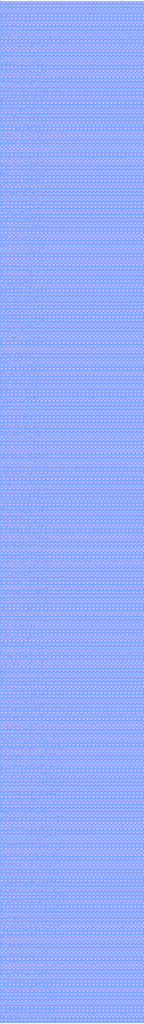
<source format=lef>
# Generated by FakeRAM 2.0
VERSION 5.7 ;
BUSBITCHARS "[]" ;
PROPERTYDEFINITIONS
  MACRO width INTEGER ;
  MACRO depth INTEGER ;
  MACRO banks INTEGER ;
END PROPERTYDEFINITIONS
MACRO fakeram7_dp_8192x32
  PROPERTY width 32 ;
  PROPERTY depth 8192 ;
  PROPERTY banks 8 ;
  FOREIGN fakeram7_dp_8192x32 0 0 ;
  SYMMETRY X Y ;
  SIZE 46.930 BY 331.800 ;
  CLASS BLOCK ;
  PIN w_mask_in_A[0]
    DIRECTION INPUT ;
    USE SIGNAL ;
    SHAPE ABUTMENT ;
    PORT
      LAYER M4 ;
      RECT 0.000 0.048 0.024 0.072 ;
    END
  END w_mask_in_A[0]
  PIN w_mask_in_B[0]
    DIRECTION INPUT ;
    USE SIGNAL ;
    SHAPE ABUTMENT ;
    PORT
      LAYER M4 ;
      RECT 46.906 0.048 46.930 0.072 ;
    END
  END w_mask_in_B[0]
  PIN w_mask_in_A[1]
    DIRECTION INPUT ;
    USE SIGNAL ;
    SHAPE ABUTMENT ;
    PORT
      LAYER M4 ;
      RECT 0.000 2.976 0.024 3.000 ;
    END
  END w_mask_in_A[1]
  PIN w_mask_in_B[1]
    DIRECTION INPUT ;
    USE SIGNAL ;
    SHAPE ABUTMENT ;
    PORT
      LAYER M4 ;
      RECT 46.906 2.976 46.930 3.000 ;
    END
  END w_mask_in_B[1]
  PIN w_mask_in_A[2]
    DIRECTION INPUT ;
    USE SIGNAL ;
    SHAPE ABUTMENT ;
    PORT
      LAYER M4 ;
      RECT 0.000 5.904 0.024 5.928 ;
    END
  END w_mask_in_A[2]
  PIN w_mask_in_B[2]
    DIRECTION INPUT ;
    USE SIGNAL ;
    SHAPE ABUTMENT ;
    PORT
      LAYER M4 ;
      RECT 46.906 5.904 46.930 5.928 ;
    END
  END w_mask_in_B[2]
  PIN w_mask_in_A[3]
    DIRECTION INPUT ;
    USE SIGNAL ;
    SHAPE ABUTMENT ;
    PORT
      LAYER M4 ;
      RECT 0.000 8.832 0.024 8.856 ;
    END
  END w_mask_in_A[3]
  PIN w_mask_in_B[3]
    DIRECTION INPUT ;
    USE SIGNAL ;
    SHAPE ABUTMENT ;
    PORT
      LAYER M4 ;
      RECT 46.906 8.832 46.930 8.856 ;
    END
  END w_mask_in_B[3]
  PIN w_mask_in_A[4]
    DIRECTION INPUT ;
    USE SIGNAL ;
    SHAPE ABUTMENT ;
    PORT
      LAYER M4 ;
      RECT 0.000 11.760 0.024 11.784 ;
    END
  END w_mask_in_A[4]
  PIN w_mask_in_B[4]
    DIRECTION INPUT ;
    USE SIGNAL ;
    SHAPE ABUTMENT ;
    PORT
      LAYER M4 ;
      RECT 46.906 11.760 46.930 11.784 ;
    END
  END w_mask_in_B[4]
  PIN w_mask_in_A[5]
    DIRECTION INPUT ;
    USE SIGNAL ;
    SHAPE ABUTMENT ;
    PORT
      LAYER M4 ;
      RECT 0.000 14.688 0.024 14.712 ;
    END
  END w_mask_in_A[5]
  PIN w_mask_in_B[5]
    DIRECTION INPUT ;
    USE SIGNAL ;
    SHAPE ABUTMENT ;
    PORT
      LAYER M4 ;
      RECT 46.906 14.688 46.930 14.712 ;
    END
  END w_mask_in_B[5]
  PIN w_mask_in_A[6]
    DIRECTION INPUT ;
    USE SIGNAL ;
    SHAPE ABUTMENT ;
    PORT
      LAYER M4 ;
      RECT 0.000 17.616 0.024 17.640 ;
    END
  END w_mask_in_A[6]
  PIN w_mask_in_B[6]
    DIRECTION INPUT ;
    USE SIGNAL ;
    SHAPE ABUTMENT ;
    PORT
      LAYER M4 ;
      RECT 46.906 17.616 46.930 17.640 ;
    END
  END w_mask_in_B[6]
  PIN w_mask_in_A[7]
    DIRECTION INPUT ;
    USE SIGNAL ;
    SHAPE ABUTMENT ;
    PORT
      LAYER M4 ;
      RECT 0.000 20.544 0.024 20.568 ;
    END
  END w_mask_in_A[7]
  PIN w_mask_in_B[7]
    DIRECTION INPUT ;
    USE SIGNAL ;
    SHAPE ABUTMENT ;
    PORT
      LAYER M4 ;
      RECT 46.906 20.544 46.930 20.568 ;
    END
  END w_mask_in_B[7]
  PIN w_mask_in_A[8]
    DIRECTION INPUT ;
    USE SIGNAL ;
    SHAPE ABUTMENT ;
    PORT
      LAYER M4 ;
      RECT 0.000 23.472 0.024 23.496 ;
    END
  END w_mask_in_A[8]
  PIN w_mask_in_B[8]
    DIRECTION INPUT ;
    USE SIGNAL ;
    SHAPE ABUTMENT ;
    PORT
      LAYER M4 ;
      RECT 46.906 23.472 46.930 23.496 ;
    END
  END w_mask_in_B[8]
  PIN w_mask_in_A[9]
    DIRECTION INPUT ;
    USE SIGNAL ;
    SHAPE ABUTMENT ;
    PORT
      LAYER M4 ;
      RECT 0.000 26.400 0.024 26.424 ;
    END
  END w_mask_in_A[9]
  PIN w_mask_in_B[9]
    DIRECTION INPUT ;
    USE SIGNAL ;
    SHAPE ABUTMENT ;
    PORT
      LAYER M4 ;
      RECT 46.906 26.400 46.930 26.424 ;
    END
  END w_mask_in_B[9]
  PIN w_mask_in_A[10]
    DIRECTION INPUT ;
    USE SIGNAL ;
    SHAPE ABUTMENT ;
    PORT
      LAYER M4 ;
      RECT 0.000 29.328 0.024 29.352 ;
    END
  END w_mask_in_A[10]
  PIN w_mask_in_B[10]
    DIRECTION INPUT ;
    USE SIGNAL ;
    SHAPE ABUTMENT ;
    PORT
      LAYER M4 ;
      RECT 46.906 29.328 46.930 29.352 ;
    END
  END w_mask_in_B[10]
  PIN w_mask_in_A[11]
    DIRECTION INPUT ;
    USE SIGNAL ;
    SHAPE ABUTMENT ;
    PORT
      LAYER M4 ;
      RECT 0.000 32.256 0.024 32.280 ;
    END
  END w_mask_in_A[11]
  PIN w_mask_in_B[11]
    DIRECTION INPUT ;
    USE SIGNAL ;
    SHAPE ABUTMENT ;
    PORT
      LAYER M4 ;
      RECT 46.906 32.256 46.930 32.280 ;
    END
  END w_mask_in_B[11]
  PIN w_mask_in_A[12]
    DIRECTION INPUT ;
    USE SIGNAL ;
    SHAPE ABUTMENT ;
    PORT
      LAYER M4 ;
      RECT 0.000 35.184 0.024 35.208 ;
    END
  END w_mask_in_A[12]
  PIN w_mask_in_B[12]
    DIRECTION INPUT ;
    USE SIGNAL ;
    SHAPE ABUTMENT ;
    PORT
      LAYER M4 ;
      RECT 46.906 35.184 46.930 35.208 ;
    END
  END w_mask_in_B[12]
  PIN w_mask_in_A[13]
    DIRECTION INPUT ;
    USE SIGNAL ;
    SHAPE ABUTMENT ;
    PORT
      LAYER M4 ;
      RECT 0.000 38.112 0.024 38.136 ;
    END
  END w_mask_in_A[13]
  PIN w_mask_in_B[13]
    DIRECTION INPUT ;
    USE SIGNAL ;
    SHAPE ABUTMENT ;
    PORT
      LAYER M4 ;
      RECT 46.906 38.112 46.930 38.136 ;
    END
  END w_mask_in_B[13]
  PIN w_mask_in_A[14]
    DIRECTION INPUT ;
    USE SIGNAL ;
    SHAPE ABUTMENT ;
    PORT
      LAYER M4 ;
      RECT 0.000 41.040 0.024 41.064 ;
    END
  END w_mask_in_A[14]
  PIN w_mask_in_B[14]
    DIRECTION INPUT ;
    USE SIGNAL ;
    SHAPE ABUTMENT ;
    PORT
      LAYER M4 ;
      RECT 46.906 41.040 46.930 41.064 ;
    END
  END w_mask_in_B[14]
  PIN w_mask_in_A[15]
    DIRECTION INPUT ;
    USE SIGNAL ;
    SHAPE ABUTMENT ;
    PORT
      LAYER M4 ;
      RECT 0.000 43.968 0.024 43.992 ;
    END
  END w_mask_in_A[15]
  PIN w_mask_in_B[15]
    DIRECTION INPUT ;
    USE SIGNAL ;
    SHAPE ABUTMENT ;
    PORT
      LAYER M4 ;
      RECT 46.906 43.968 46.930 43.992 ;
    END
  END w_mask_in_B[15]
  PIN w_mask_in_A[16]
    DIRECTION INPUT ;
    USE SIGNAL ;
    SHAPE ABUTMENT ;
    PORT
      LAYER M4 ;
      RECT 0.000 46.896 0.024 46.920 ;
    END
  END w_mask_in_A[16]
  PIN w_mask_in_B[16]
    DIRECTION INPUT ;
    USE SIGNAL ;
    SHAPE ABUTMENT ;
    PORT
      LAYER M4 ;
      RECT 46.906 46.896 46.930 46.920 ;
    END
  END w_mask_in_B[16]
  PIN w_mask_in_A[17]
    DIRECTION INPUT ;
    USE SIGNAL ;
    SHAPE ABUTMENT ;
    PORT
      LAYER M4 ;
      RECT 0.000 49.824 0.024 49.848 ;
    END
  END w_mask_in_A[17]
  PIN w_mask_in_B[17]
    DIRECTION INPUT ;
    USE SIGNAL ;
    SHAPE ABUTMENT ;
    PORT
      LAYER M4 ;
      RECT 46.906 49.824 46.930 49.848 ;
    END
  END w_mask_in_B[17]
  PIN w_mask_in_A[18]
    DIRECTION INPUT ;
    USE SIGNAL ;
    SHAPE ABUTMENT ;
    PORT
      LAYER M4 ;
      RECT 0.000 52.752 0.024 52.776 ;
    END
  END w_mask_in_A[18]
  PIN w_mask_in_B[18]
    DIRECTION INPUT ;
    USE SIGNAL ;
    SHAPE ABUTMENT ;
    PORT
      LAYER M4 ;
      RECT 46.906 52.752 46.930 52.776 ;
    END
  END w_mask_in_B[18]
  PIN w_mask_in_A[19]
    DIRECTION INPUT ;
    USE SIGNAL ;
    SHAPE ABUTMENT ;
    PORT
      LAYER M4 ;
      RECT 0.000 55.680 0.024 55.704 ;
    END
  END w_mask_in_A[19]
  PIN w_mask_in_B[19]
    DIRECTION INPUT ;
    USE SIGNAL ;
    SHAPE ABUTMENT ;
    PORT
      LAYER M4 ;
      RECT 46.906 55.680 46.930 55.704 ;
    END
  END w_mask_in_B[19]
  PIN w_mask_in_A[20]
    DIRECTION INPUT ;
    USE SIGNAL ;
    SHAPE ABUTMENT ;
    PORT
      LAYER M4 ;
      RECT 0.000 58.608 0.024 58.632 ;
    END
  END w_mask_in_A[20]
  PIN w_mask_in_B[20]
    DIRECTION INPUT ;
    USE SIGNAL ;
    SHAPE ABUTMENT ;
    PORT
      LAYER M4 ;
      RECT 46.906 58.608 46.930 58.632 ;
    END
  END w_mask_in_B[20]
  PIN w_mask_in_A[21]
    DIRECTION INPUT ;
    USE SIGNAL ;
    SHAPE ABUTMENT ;
    PORT
      LAYER M4 ;
      RECT 0.000 61.536 0.024 61.560 ;
    END
  END w_mask_in_A[21]
  PIN w_mask_in_B[21]
    DIRECTION INPUT ;
    USE SIGNAL ;
    SHAPE ABUTMENT ;
    PORT
      LAYER M4 ;
      RECT 46.906 61.536 46.930 61.560 ;
    END
  END w_mask_in_B[21]
  PIN w_mask_in_A[22]
    DIRECTION INPUT ;
    USE SIGNAL ;
    SHAPE ABUTMENT ;
    PORT
      LAYER M4 ;
      RECT 0.000 64.464 0.024 64.488 ;
    END
  END w_mask_in_A[22]
  PIN w_mask_in_B[22]
    DIRECTION INPUT ;
    USE SIGNAL ;
    SHAPE ABUTMENT ;
    PORT
      LAYER M4 ;
      RECT 46.906 64.464 46.930 64.488 ;
    END
  END w_mask_in_B[22]
  PIN w_mask_in_A[23]
    DIRECTION INPUT ;
    USE SIGNAL ;
    SHAPE ABUTMENT ;
    PORT
      LAYER M4 ;
      RECT 0.000 67.392 0.024 67.416 ;
    END
  END w_mask_in_A[23]
  PIN w_mask_in_B[23]
    DIRECTION INPUT ;
    USE SIGNAL ;
    SHAPE ABUTMENT ;
    PORT
      LAYER M4 ;
      RECT 46.906 67.392 46.930 67.416 ;
    END
  END w_mask_in_B[23]
  PIN w_mask_in_A[24]
    DIRECTION INPUT ;
    USE SIGNAL ;
    SHAPE ABUTMENT ;
    PORT
      LAYER M4 ;
      RECT 0.000 70.320 0.024 70.344 ;
    END
  END w_mask_in_A[24]
  PIN w_mask_in_B[24]
    DIRECTION INPUT ;
    USE SIGNAL ;
    SHAPE ABUTMENT ;
    PORT
      LAYER M4 ;
      RECT 46.906 70.320 46.930 70.344 ;
    END
  END w_mask_in_B[24]
  PIN w_mask_in_A[25]
    DIRECTION INPUT ;
    USE SIGNAL ;
    SHAPE ABUTMENT ;
    PORT
      LAYER M4 ;
      RECT 0.000 73.248 0.024 73.272 ;
    END
  END w_mask_in_A[25]
  PIN w_mask_in_B[25]
    DIRECTION INPUT ;
    USE SIGNAL ;
    SHAPE ABUTMENT ;
    PORT
      LAYER M4 ;
      RECT 46.906 73.248 46.930 73.272 ;
    END
  END w_mask_in_B[25]
  PIN w_mask_in_A[26]
    DIRECTION INPUT ;
    USE SIGNAL ;
    SHAPE ABUTMENT ;
    PORT
      LAYER M4 ;
      RECT 0.000 76.176 0.024 76.200 ;
    END
  END w_mask_in_A[26]
  PIN w_mask_in_B[26]
    DIRECTION INPUT ;
    USE SIGNAL ;
    SHAPE ABUTMENT ;
    PORT
      LAYER M4 ;
      RECT 46.906 76.176 46.930 76.200 ;
    END
  END w_mask_in_B[26]
  PIN w_mask_in_A[27]
    DIRECTION INPUT ;
    USE SIGNAL ;
    SHAPE ABUTMENT ;
    PORT
      LAYER M4 ;
      RECT 0.000 79.104 0.024 79.128 ;
    END
  END w_mask_in_A[27]
  PIN w_mask_in_B[27]
    DIRECTION INPUT ;
    USE SIGNAL ;
    SHAPE ABUTMENT ;
    PORT
      LAYER M4 ;
      RECT 46.906 79.104 46.930 79.128 ;
    END
  END w_mask_in_B[27]
  PIN w_mask_in_A[28]
    DIRECTION INPUT ;
    USE SIGNAL ;
    SHAPE ABUTMENT ;
    PORT
      LAYER M4 ;
      RECT 0.000 82.032 0.024 82.056 ;
    END
  END w_mask_in_A[28]
  PIN w_mask_in_B[28]
    DIRECTION INPUT ;
    USE SIGNAL ;
    SHAPE ABUTMENT ;
    PORT
      LAYER M4 ;
      RECT 46.906 82.032 46.930 82.056 ;
    END
  END w_mask_in_B[28]
  PIN w_mask_in_A[29]
    DIRECTION INPUT ;
    USE SIGNAL ;
    SHAPE ABUTMENT ;
    PORT
      LAYER M4 ;
      RECT 0.000 84.960 0.024 84.984 ;
    END
  END w_mask_in_A[29]
  PIN w_mask_in_B[29]
    DIRECTION INPUT ;
    USE SIGNAL ;
    SHAPE ABUTMENT ;
    PORT
      LAYER M4 ;
      RECT 46.906 84.960 46.930 84.984 ;
    END
  END w_mask_in_B[29]
  PIN w_mask_in_A[30]
    DIRECTION INPUT ;
    USE SIGNAL ;
    SHAPE ABUTMENT ;
    PORT
      LAYER M4 ;
      RECT 0.000 87.888 0.024 87.912 ;
    END
  END w_mask_in_A[30]
  PIN w_mask_in_B[30]
    DIRECTION INPUT ;
    USE SIGNAL ;
    SHAPE ABUTMENT ;
    PORT
      LAYER M4 ;
      RECT 46.906 87.888 46.930 87.912 ;
    END
  END w_mask_in_B[30]
  PIN w_mask_in_A[31]
    DIRECTION INPUT ;
    USE SIGNAL ;
    SHAPE ABUTMENT ;
    PORT
      LAYER M4 ;
      RECT 0.000 90.816 0.024 90.840 ;
    END
  END w_mask_in_A[31]
  PIN w_mask_in_B[31]
    DIRECTION INPUT ;
    USE SIGNAL ;
    SHAPE ABUTMENT ;
    PORT
      LAYER M4 ;
      RECT 46.906 90.816 46.930 90.840 ;
    END
  END w_mask_in_B[31]
  PIN rd_out_A[0]
    DIRECTION OUTPUT ;
    USE SIGNAL ;
    SHAPE ABUTMENT ;
    PORT
      LAYER M4 ;
      RECT 0.000 94.656 0.024 94.680 ;
    END
  END rd_out_A[0]
  PIN rd_out_B[0]
    DIRECTION OUTPUT ;
    USE SIGNAL ;
    SHAPE ABUTMENT ;
    PORT
      LAYER M4 ;
      RECT 46.906 94.656 46.930 94.680 ;
    END
  END rd_out_B[0]
  PIN rd_out_A[1]
    DIRECTION OUTPUT ;
    USE SIGNAL ;
    SHAPE ABUTMENT ;
    PORT
      LAYER M4 ;
      RECT 0.000 97.584 0.024 97.608 ;
    END
  END rd_out_A[1]
  PIN rd_out_B[1]
    DIRECTION OUTPUT ;
    USE SIGNAL ;
    SHAPE ABUTMENT ;
    PORT
      LAYER M4 ;
      RECT 46.906 97.584 46.930 97.608 ;
    END
  END rd_out_B[1]
  PIN rd_out_A[2]
    DIRECTION OUTPUT ;
    USE SIGNAL ;
    SHAPE ABUTMENT ;
    PORT
      LAYER M4 ;
      RECT 0.000 100.512 0.024 100.536 ;
    END
  END rd_out_A[2]
  PIN rd_out_B[2]
    DIRECTION OUTPUT ;
    USE SIGNAL ;
    SHAPE ABUTMENT ;
    PORT
      LAYER M4 ;
      RECT 46.906 100.512 46.930 100.536 ;
    END
  END rd_out_B[2]
  PIN rd_out_A[3]
    DIRECTION OUTPUT ;
    USE SIGNAL ;
    SHAPE ABUTMENT ;
    PORT
      LAYER M4 ;
      RECT 0.000 103.440 0.024 103.464 ;
    END
  END rd_out_A[3]
  PIN rd_out_B[3]
    DIRECTION OUTPUT ;
    USE SIGNAL ;
    SHAPE ABUTMENT ;
    PORT
      LAYER M4 ;
      RECT 46.906 103.440 46.930 103.464 ;
    END
  END rd_out_B[3]
  PIN rd_out_A[4]
    DIRECTION OUTPUT ;
    USE SIGNAL ;
    SHAPE ABUTMENT ;
    PORT
      LAYER M4 ;
      RECT 0.000 106.368 0.024 106.392 ;
    END
  END rd_out_A[4]
  PIN rd_out_B[4]
    DIRECTION OUTPUT ;
    USE SIGNAL ;
    SHAPE ABUTMENT ;
    PORT
      LAYER M4 ;
      RECT 46.906 106.368 46.930 106.392 ;
    END
  END rd_out_B[4]
  PIN rd_out_A[5]
    DIRECTION OUTPUT ;
    USE SIGNAL ;
    SHAPE ABUTMENT ;
    PORT
      LAYER M4 ;
      RECT 0.000 109.296 0.024 109.320 ;
    END
  END rd_out_A[5]
  PIN rd_out_B[5]
    DIRECTION OUTPUT ;
    USE SIGNAL ;
    SHAPE ABUTMENT ;
    PORT
      LAYER M4 ;
      RECT 46.906 109.296 46.930 109.320 ;
    END
  END rd_out_B[5]
  PIN rd_out_A[6]
    DIRECTION OUTPUT ;
    USE SIGNAL ;
    SHAPE ABUTMENT ;
    PORT
      LAYER M4 ;
      RECT 0.000 112.224 0.024 112.248 ;
    END
  END rd_out_A[6]
  PIN rd_out_B[6]
    DIRECTION OUTPUT ;
    USE SIGNAL ;
    SHAPE ABUTMENT ;
    PORT
      LAYER M4 ;
      RECT 46.906 112.224 46.930 112.248 ;
    END
  END rd_out_B[6]
  PIN rd_out_A[7]
    DIRECTION OUTPUT ;
    USE SIGNAL ;
    SHAPE ABUTMENT ;
    PORT
      LAYER M4 ;
      RECT 0.000 115.152 0.024 115.176 ;
    END
  END rd_out_A[7]
  PIN rd_out_B[7]
    DIRECTION OUTPUT ;
    USE SIGNAL ;
    SHAPE ABUTMENT ;
    PORT
      LAYER M4 ;
      RECT 46.906 115.152 46.930 115.176 ;
    END
  END rd_out_B[7]
  PIN rd_out_A[8]
    DIRECTION OUTPUT ;
    USE SIGNAL ;
    SHAPE ABUTMENT ;
    PORT
      LAYER M4 ;
      RECT 0.000 118.080 0.024 118.104 ;
    END
  END rd_out_A[8]
  PIN rd_out_B[8]
    DIRECTION OUTPUT ;
    USE SIGNAL ;
    SHAPE ABUTMENT ;
    PORT
      LAYER M4 ;
      RECT 46.906 118.080 46.930 118.104 ;
    END
  END rd_out_B[8]
  PIN rd_out_A[9]
    DIRECTION OUTPUT ;
    USE SIGNAL ;
    SHAPE ABUTMENT ;
    PORT
      LAYER M4 ;
      RECT 0.000 121.008 0.024 121.032 ;
    END
  END rd_out_A[9]
  PIN rd_out_B[9]
    DIRECTION OUTPUT ;
    USE SIGNAL ;
    SHAPE ABUTMENT ;
    PORT
      LAYER M4 ;
      RECT 46.906 121.008 46.930 121.032 ;
    END
  END rd_out_B[9]
  PIN rd_out_A[10]
    DIRECTION OUTPUT ;
    USE SIGNAL ;
    SHAPE ABUTMENT ;
    PORT
      LAYER M4 ;
      RECT 0.000 123.936 0.024 123.960 ;
    END
  END rd_out_A[10]
  PIN rd_out_B[10]
    DIRECTION OUTPUT ;
    USE SIGNAL ;
    SHAPE ABUTMENT ;
    PORT
      LAYER M4 ;
      RECT 46.906 123.936 46.930 123.960 ;
    END
  END rd_out_B[10]
  PIN rd_out_A[11]
    DIRECTION OUTPUT ;
    USE SIGNAL ;
    SHAPE ABUTMENT ;
    PORT
      LAYER M4 ;
      RECT 0.000 126.864 0.024 126.888 ;
    END
  END rd_out_A[11]
  PIN rd_out_B[11]
    DIRECTION OUTPUT ;
    USE SIGNAL ;
    SHAPE ABUTMENT ;
    PORT
      LAYER M4 ;
      RECT 46.906 126.864 46.930 126.888 ;
    END
  END rd_out_B[11]
  PIN rd_out_A[12]
    DIRECTION OUTPUT ;
    USE SIGNAL ;
    SHAPE ABUTMENT ;
    PORT
      LAYER M4 ;
      RECT 0.000 129.792 0.024 129.816 ;
    END
  END rd_out_A[12]
  PIN rd_out_B[12]
    DIRECTION OUTPUT ;
    USE SIGNAL ;
    SHAPE ABUTMENT ;
    PORT
      LAYER M4 ;
      RECT 46.906 129.792 46.930 129.816 ;
    END
  END rd_out_B[12]
  PIN rd_out_A[13]
    DIRECTION OUTPUT ;
    USE SIGNAL ;
    SHAPE ABUTMENT ;
    PORT
      LAYER M4 ;
      RECT 0.000 132.720 0.024 132.744 ;
    END
  END rd_out_A[13]
  PIN rd_out_B[13]
    DIRECTION OUTPUT ;
    USE SIGNAL ;
    SHAPE ABUTMENT ;
    PORT
      LAYER M4 ;
      RECT 46.906 132.720 46.930 132.744 ;
    END
  END rd_out_B[13]
  PIN rd_out_A[14]
    DIRECTION OUTPUT ;
    USE SIGNAL ;
    SHAPE ABUTMENT ;
    PORT
      LAYER M4 ;
      RECT 0.000 135.648 0.024 135.672 ;
    END
  END rd_out_A[14]
  PIN rd_out_B[14]
    DIRECTION OUTPUT ;
    USE SIGNAL ;
    SHAPE ABUTMENT ;
    PORT
      LAYER M4 ;
      RECT 46.906 135.648 46.930 135.672 ;
    END
  END rd_out_B[14]
  PIN rd_out_A[15]
    DIRECTION OUTPUT ;
    USE SIGNAL ;
    SHAPE ABUTMENT ;
    PORT
      LAYER M4 ;
      RECT 0.000 138.576 0.024 138.600 ;
    END
  END rd_out_A[15]
  PIN rd_out_B[15]
    DIRECTION OUTPUT ;
    USE SIGNAL ;
    SHAPE ABUTMENT ;
    PORT
      LAYER M4 ;
      RECT 46.906 138.576 46.930 138.600 ;
    END
  END rd_out_B[15]
  PIN rd_out_A[16]
    DIRECTION OUTPUT ;
    USE SIGNAL ;
    SHAPE ABUTMENT ;
    PORT
      LAYER M4 ;
      RECT 0.000 141.504 0.024 141.528 ;
    END
  END rd_out_A[16]
  PIN rd_out_B[16]
    DIRECTION OUTPUT ;
    USE SIGNAL ;
    SHAPE ABUTMENT ;
    PORT
      LAYER M4 ;
      RECT 46.906 141.504 46.930 141.528 ;
    END
  END rd_out_B[16]
  PIN rd_out_A[17]
    DIRECTION OUTPUT ;
    USE SIGNAL ;
    SHAPE ABUTMENT ;
    PORT
      LAYER M4 ;
      RECT 0.000 144.432 0.024 144.456 ;
    END
  END rd_out_A[17]
  PIN rd_out_B[17]
    DIRECTION OUTPUT ;
    USE SIGNAL ;
    SHAPE ABUTMENT ;
    PORT
      LAYER M4 ;
      RECT 46.906 144.432 46.930 144.456 ;
    END
  END rd_out_B[17]
  PIN rd_out_A[18]
    DIRECTION OUTPUT ;
    USE SIGNAL ;
    SHAPE ABUTMENT ;
    PORT
      LAYER M4 ;
      RECT 0.000 147.360 0.024 147.384 ;
    END
  END rd_out_A[18]
  PIN rd_out_B[18]
    DIRECTION OUTPUT ;
    USE SIGNAL ;
    SHAPE ABUTMENT ;
    PORT
      LAYER M4 ;
      RECT 46.906 147.360 46.930 147.384 ;
    END
  END rd_out_B[18]
  PIN rd_out_A[19]
    DIRECTION OUTPUT ;
    USE SIGNAL ;
    SHAPE ABUTMENT ;
    PORT
      LAYER M4 ;
      RECT 0.000 150.288 0.024 150.312 ;
    END
  END rd_out_A[19]
  PIN rd_out_B[19]
    DIRECTION OUTPUT ;
    USE SIGNAL ;
    SHAPE ABUTMENT ;
    PORT
      LAYER M4 ;
      RECT 46.906 150.288 46.930 150.312 ;
    END
  END rd_out_B[19]
  PIN rd_out_A[20]
    DIRECTION OUTPUT ;
    USE SIGNAL ;
    SHAPE ABUTMENT ;
    PORT
      LAYER M4 ;
      RECT 0.000 153.216 0.024 153.240 ;
    END
  END rd_out_A[20]
  PIN rd_out_B[20]
    DIRECTION OUTPUT ;
    USE SIGNAL ;
    SHAPE ABUTMENT ;
    PORT
      LAYER M4 ;
      RECT 46.906 153.216 46.930 153.240 ;
    END
  END rd_out_B[20]
  PIN rd_out_A[21]
    DIRECTION OUTPUT ;
    USE SIGNAL ;
    SHAPE ABUTMENT ;
    PORT
      LAYER M4 ;
      RECT 0.000 156.144 0.024 156.168 ;
    END
  END rd_out_A[21]
  PIN rd_out_B[21]
    DIRECTION OUTPUT ;
    USE SIGNAL ;
    SHAPE ABUTMENT ;
    PORT
      LAYER M4 ;
      RECT 46.906 156.144 46.930 156.168 ;
    END
  END rd_out_B[21]
  PIN rd_out_A[22]
    DIRECTION OUTPUT ;
    USE SIGNAL ;
    SHAPE ABUTMENT ;
    PORT
      LAYER M4 ;
      RECT 0.000 159.072 0.024 159.096 ;
    END
  END rd_out_A[22]
  PIN rd_out_B[22]
    DIRECTION OUTPUT ;
    USE SIGNAL ;
    SHAPE ABUTMENT ;
    PORT
      LAYER M4 ;
      RECT 46.906 159.072 46.930 159.096 ;
    END
  END rd_out_B[22]
  PIN rd_out_A[23]
    DIRECTION OUTPUT ;
    USE SIGNAL ;
    SHAPE ABUTMENT ;
    PORT
      LAYER M4 ;
      RECT 0.000 162.000 0.024 162.024 ;
    END
  END rd_out_A[23]
  PIN rd_out_B[23]
    DIRECTION OUTPUT ;
    USE SIGNAL ;
    SHAPE ABUTMENT ;
    PORT
      LAYER M4 ;
      RECT 46.906 162.000 46.930 162.024 ;
    END
  END rd_out_B[23]
  PIN rd_out_A[24]
    DIRECTION OUTPUT ;
    USE SIGNAL ;
    SHAPE ABUTMENT ;
    PORT
      LAYER M4 ;
      RECT 0.000 164.928 0.024 164.952 ;
    END
  END rd_out_A[24]
  PIN rd_out_B[24]
    DIRECTION OUTPUT ;
    USE SIGNAL ;
    SHAPE ABUTMENT ;
    PORT
      LAYER M4 ;
      RECT 46.906 164.928 46.930 164.952 ;
    END
  END rd_out_B[24]
  PIN rd_out_A[25]
    DIRECTION OUTPUT ;
    USE SIGNAL ;
    SHAPE ABUTMENT ;
    PORT
      LAYER M4 ;
      RECT 0.000 167.856 0.024 167.880 ;
    END
  END rd_out_A[25]
  PIN rd_out_B[25]
    DIRECTION OUTPUT ;
    USE SIGNAL ;
    SHAPE ABUTMENT ;
    PORT
      LAYER M4 ;
      RECT 46.906 167.856 46.930 167.880 ;
    END
  END rd_out_B[25]
  PIN rd_out_A[26]
    DIRECTION OUTPUT ;
    USE SIGNAL ;
    SHAPE ABUTMENT ;
    PORT
      LAYER M4 ;
      RECT 0.000 170.784 0.024 170.808 ;
    END
  END rd_out_A[26]
  PIN rd_out_B[26]
    DIRECTION OUTPUT ;
    USE SIGNAL ;
    SHAPE ABUTMENT ;
    PORT
      LAYER M4 ;
      RECT 46.906 170.784 46.930 170.808 ;
    END
  END rd_out_B[26]
  PIN rd_out_A[27]
    DIRECTION OUTPUT ;
    USE SIGNAL ;
    SHAPE ABUTMENT ;
    PORT
      LAYER M4 ;
      RECT 0.000 173.712 0.024 173.736 ;
    END
  END rd_out_A[27]
  PIN rd_out_B[27]
    DIRECTION OUTPUT ;
    USE SIGNAL ;
    SHAPE ABUTMENT ;
    PORT
      LAYER M4 ;
      RECT 46.906 173.712 46.930 173.736 ;
    END
  END rd_out_B[27]
  PIN rd_out_A[28]
    DIRECTION OUTPUT ;
    USE SIGNAL ;
    SHAPE ABUTMENT ;
    PORT
      LAYER M4 ;
      RECT 0.000 176.640 0.024 176.664 ;
    END
  END rd_out_A[28]
  PIN rd_out_B[28]
    DIRECTION OUTPUT ;
    USE SIGNAL ;
    SHAPE ABUTMENT ;
    PORT
      LAYER M4 ;
      RECT 46.906 176.640 46.930 176.664 ;
    END
  END rd_out_B[28]
  PIN rd_out_A[29]
    DIRECTION OUTPUT ;
    USE SIGNAL ;
    SHAPE ABUTMENT ;
    PORT
      LAYER M4 ;
      RECT 0.000 179.568 0.024 179.592 ;
    END
  END rd_out_A[29]
  PIN rd_out_B[29]
    DIRECTION OUTPUT ;
    USE SIGNAL ;
    SHAPE ABUTMENT ;
    PORT
      LAYER M4 ;
      RECT 46.906 179.568 46.930 179.592 ;
    END
  END rd_out_B[29]
  PIN rd_out_A[30]
    DIRECTION OUTPUT ;
    USE SIGNAL ;
    SHAPE ABUTMENT ;
    PORT
      LAYER M4 ;
      RECT 0.000 182.496 0.024 182.520 ;
    END
  END rd_out_A[30]
  PIN rd_out_B[30]
    DIRECTION OUTPUT ;
    USE SIGNAL ;
    SHAPE ABUTMENT ;
    PORT
      LAYER M4 ;
      RECT 46.906 182.496 46.930 182.520 ;
    END
  END rd_out_B[30]
  PIN rd_out_A[31]
    DIRECTION OUTPUT ;
    USE SIGNAL ;
    SHAPE ABUTMENT ;
    PORT
      LAYER M4 ;
      RECT 0.000 185.424 0.024 185.448 ;
    END
  END rd_out_A[31]
  PIN rd_out_B[31]
    DIRECTION OUTPUT ;
    USE SIGNAL ;
    SHAPE ABUTMENT ;
    PORT
      LAYER M4 ;
      RECT 46.906 185.424 46.930 185.448 ;
    END
  END rd_out_B[31]
  PIN wd_in_A[0]
    DIRECTION INPUT ;
    USE SIGNAL ;
    SHAPE ABUTMENT ;
    PORT
      LAYER M4 ;
      RECT 0.000 189.264 0.024 189.288 ;
    END
  END wd_in_A[0]
  PIN wd_in_B[0]
    DIRECTION INPUT ;
    USE SIGNAL ;
    SHAPE ABUTMENT ;
    PORT
      LAYER M4 ;
      RECT 46.906 189.264 46.930 189.288 ;
    END
  END wd_in_B[0]
  PIN wd_in_A[1]
    DIRECTION INPUT ;
    USE SIGNAL ;
    SHAPE ABUTMENT ;
    PORT
      LAYER M4 ;
      RECT 0.000 192.192 0.024 192.216 ;
    END
  END wd_in_A[1]
  PIN wd_in_B[1]
    DIRECTION INPUT ;
    USE SIGNAL ;
    SHAPE ABUTMENT ;
    PORT
      LAYER M4 ;
      RECT 46.906 192.192 46.930 192.216 ;
    END
  END wd_in_B[1]
  PIN wd_in_A[2]
    DIRECTION INPUT ;
    USE SIGNAL ;
    SHAPE ABUTMENT ;
    PORT
      LAYER M4 ;
      RECT 0.000 195.120 0.024 195.144 ;
    END
  END wd_in_A[2]
  PIN wd_in_B[2]
    DIRECTION INPUT ;
    USE SIGNAL ;
    SHAPE ABUTMENT ;
    PORT
      LAYER M4 ;
      RECT 46.906 195.120 46.930 195.144 ;
    END
  END wd_in_B[2]
  PIN wd_in_A[3]
    DIRECTION INPUT ;
    USE SIGNAL ;
    SHAPE ABUTMENT ;
    PORT
      LAYER M4 ;
      RECT 0.000 198.048 0.024 198.072 ;
    END
  END wd_in_A[3]
  PIN wd_in_B[3]
    DIRECTION INPUT ;
    USE SIGNAL ;
    SHAPE ABUTMENT ;
    PORT
      LAYER M4 ;
      RECT 46.906 198.048 46.930 198.072 ;
    END
  END wd_in_B[3]
  PIN wd_in_A[4]
    DIRECTION INPUT ;
    USE SIGNAL ;
    SHAPE ABUTMENT ;
    PORT
      LAYER M4 ;
      RECT 0.000 200.976 0.024 201.000 ;
    END
  END wd_in_A[4]
  PIN wd_in_B[4]
    DIRECTION INPUT ;
    USE SIGNAL ;
    SHAPE ABUTMENT ;
    PORT
      LAYER M4 ;
      RECT 46.906 200.976 46.930 201.000 ;
    END
  END wd_in_B[4]
  PIN wd_in_A[5]
    DIRECTION INPUT ;
    USE SIGNAL ;
    SHAPE ABUTMENT ;
    PORT
      LAYER M4 ;
      RECT 0.000 203.904 0.024 203.928 ;
    END
  END wd_in_A[5]
  PIN wd_in_B[5]
    DIRECTION INPUT ;
    USE SIGNAL ;
    SHAPE ABUTMENT ;
    PORT
      LAYER M4 ;
      RECT 46.906 203.904 46.930 203.928 ;
    END
  END wd_in_B[5]
  PIN wd_in_A[6]
    DIRECTION INPUT ;
    USE SIGNAL ;
    SHAPE ABUTMENT ;
    PORT
      LAYER M4 ;
      RECT 0.000 206.832 0.024 206.856 ;
    END
  END wd_in_A[6]
  PIN wd_in_B[6]
    DIRECTION INPUT ;
    USE SIGNAL ;
    SHAPE ABUTMENT ;
    PORT
      LAYER M4 ;
      RECT 46.906 206.832 46.930 206.856 ;
    END
  END wd_in_B[6]
  PIN wd_in_A[7]
    DIRECTION INPUT ;
    USE SIGNAL ;
    SHAPE ABUTMENT ;
    PORT
      LAYER M4 ;
      RECT 0.000 209.760 0.024 209.784 ;
    END
  END wd_in_A[7]
  PIN wd_in_B[7]
    DIRECTION INPUT ;
    USE SIGNAL ;
    SHAPE ABUTMENT ;
    PORT
      LAYER M4 ;
      RECT 46.906 209.760 46.930 209.784 ;
    END
  END wd_in_B[7]
  PIN wd_in_A[8]
    DIRECTION INPUT ;
    USE SIGNAL ;
    SHAPE ABUTMENT ;
    PORT
      LAYER M4 ;
      RECT 0.000 212.688 0.024 212.712 ;
    END
  END wd_in_A[8]
  PIN wd_in_B[8]
    DIRECTION INPUT ;
    USE SIGNAL ;
    SHAPE ABUTMENT ;
    PORT
      LAYER M4 ;
      RECT 46.906 212.688 46.930 212.712 ;
    END
  END wd_in_B[8]
  PIN wd_in_A[9]
    DIRECTION INPUT ;
    USE SIGNAL ;
    SHAPE ABUTMENT ;
    PORT
      LAYER M4 ;
      RECT 0.000 215.616 0.024 215.640 ;
    END
  END wd_in_A[9]
  PIN wd_in_B[9]
    DIRECTION INPUT ;
    USE SIGNAL ;
    SHAPE ABUTMENT ;
    PORT
      LAYER M4 ;
      RECT 46.906 215.616 46.930 215.640 ;
    END
  END wd_in_B[9]
  PIN wd_in_A[10]
    DIRECTION INPUT ;
    USE SIGNAL ;
    SHAPE ABUTMENT ;
    PORT
      LAYER M4 ;
      RECT 0.000 218.544 0.024 218.568 ;
    END
  END wd_in_A[10]
  PIN wd_in_B[10]
    DIRECTION INPUT ;
    USE SIGNAL ;
    SHAPE ABUTMENT ;
    PORT
      LAYER M4 ;
      RECT 46.906 218.544 46.930 218.568 ;
    END
  END wd_in_B[10]
  PIN wd_in_A[11]
    DIRECTION INPUT ;
    USE SIGNAL ;
    SHAPE ABUTMENT ;
    PORT
      LAYER M4 ;
      RECT 0.000 221.472 0.024 221.496 ;
    END
  END wd_in_A[11]
  PIN wd_in_B[11]
    DIRECTION INPUT ;
    USE SIGNAL ;
    SHAPE ABUTMENT ;
    PORT
      LAYER M4 ;
      RECT 46.906 221.472 46.930 221.496 ;
    END
  END wd_in_B[11]
  PIN wd_in_A[12]
    DIRECTION INPUT ;
    USE SIGNAL ;
    SHAPE ABUTMENT ;
    PORT
      LAYER M4 ;
      RECT 0.000 224.400 0.024 224.424 ;
    END
  END wd_in_A[12]
  PIN wd_in_B[12]
    DIRECTION INPUT ;
    USE SIGNAL ;
    SHAPE ABUTMENT ;
    PORT
      LAYER M4 ;
      RECT 46.906 224.400 46.930 224.424 ;
    END
  END wd_in_B[12]
  PIN wd_in_A[13]
    DIRECTION INPUT ;
    USE SIGNAL ;
    SHAPE ABUTMENT ;
    PORT
      LAYER M4 ;
      RECT 0.000 227.328 0.024 227.352 ;
    END
  END wd_in_A[13]
  PIN wd_in_B[13]
    DIRECTION INPUT ;
    USE SIGNAL ;
    SHAPE ABUTMENT ;
    PORT
      LAYER M4 ;
      RECT 46.906 227.328 46.930 227.352 ;
    END
  END wd_in_B[13]
  PIN wd_in_A[14]
    DIRECTION INPUT ;
    USE SIGNAL ;
    SHAPE ABUTMENT ;
    PORT
      LAYER M4 ;
      RECT 0.000 230.256 0.024 230.280 ;
    END
  END wd_in_A[14]
  PIN wd_in_B[14]
    DIRECTION INPUT ;
    USE SIGNAL ;
    SHAPE ABUTMENT ;
    PORT
      LAYER M4 ;
      RECT 46.906 230.256 46.930 230.280 ;
    END
  END wd_in_B[14]
  PIN wd_in_A[15]
    DIRECTION INPUT ;
    USE SIGNAL ;
    SHAPE ABUTMENT ;
    PORT
      LAYER M4 ;
      RECT 0.000 233.184 0.024 233.208 ;
    END
  END wd_in_A[15]
  PIN wd_in_B[15]
    DIRECTION INPUT ;
    USE SIGNAL ;
    SHAPE ABUTMENT ;
    PORT
      LAYER M4 ;
      RECT 46.906 233.184 46.930 233.208 ;
    END
  END wd_in_B[15]
  PIN wd_in_A[16]
    DIRECTION INPUT ;
    USE SIGNAL ;
    SHAPE ABUTMENT ;
    PORT
      LAYER M4 ;
      RECT 0.000 236.112 0.024 236.136 ;
    END
  END wd_in_A[16]
  PIN wd_in_B[16]
    DIRECTION INPUT ;
    USE SIGNAL ;
    SHAPE ABUTMENT ;
    PORT
      LAYER M4 ;
      RECT 46.906 236.112 46.930 236.136 ;
    END
  END wd_in_B[16]
  PIN wd_in_A[17]
    DIRECTION INPUT ;
    USE SIGNAL ;
    SHAPE ABUTMENT ;
    PORT
      LAYER M4 ;
      RECT 0.000 239.040 0.024 239.064 ;
    END
  END wd_in_A[17]
  PIN wd_in_B[17]
    DIRECTION INPUT ;
    USE SIGNAL ;
    SHAPE ABUTMENT ;
    PORT
      LAYER M4 ;
      RECT 46.906 239.040 46.930 239.064 ;
    END
  END wd_in_B[17]
  PIN wd_in_A[18]
    DIRECTION INPUT ;
    USE SIGNAL ;
    SHAPE ABUTMENT ;
    PORT
      LAYER M4 ;
      RECT 0.000 241.968 0.024 241.992 ;
    END
  END wd_in_A[18]
  PIN wd_in_B[18]
    DIRECTION INPUT ;
    USE SIGNAL ;
    SHAPE ABUTMENT ;
    PORT
      LAYER M4 ;
      RECT 46.906 241.968 46.930 241.992 ;
    END
  END wd_in_B[18]
  PIN wd_in_A[19]
    DIRECTION INPUT ;
    USE SIGNAL ;
    SHAPE ABUTMENT ;
    PORT
      LAYER M4 ;
      RECT 0.000 244.896 0.024 244.920 ;
    END
  END wd_in_A[19]
  PIN wd_in_B[19]
    DIRECTION INPUT ;
    USE SIGNAL ;
    SHAPE ABUTMENT ;
    PORT
      LAYER M4 ;
      RECT 46.906 244.896 46.930 244.920 ;
    END
  END wd_in_B[19]
  PIN wd_in_A[20]
    DIRECTION INPUT ;
    USE SIGNAL ;
    SHAPE ABUTMENT ;
    PORT
      LAYER M4 ;
      RECT 0.000 247.824 0.024 247.848 ;
    END
  END wd_in_A[20]
  PIN wd_in_B[20]
    DIRECTION INPUT ;
    USE SIGNAL ;
    SHAPE ABUTMENT ;
    PORT
      LAYER M4 ;
      RECT 46.906 247.824 46.930 247.848 ;
    END
  END wd_in_B[20]
  PIN wd_in_A[21]
    DIRECTION INPUT ;
    USE SIGNAL ;
    SHAPE ABUTMENT ;
    PORT
      LAYER M4 ;
      RECT 0.000 250.752 0.024 250.776 ;
    END
  END wd_in_A[21]
  PIN wd_in_B[21]
    DIRECTION INPUT ;
    USE SIGNAL ;
    SHAPE ABUTMENT ;
    PORT
      LAYER M4 ;
      RECT 46.906 250.752 46.930 250.776 ;
    END
  END wd_in_B[21]
  PIN wd_in_A[22]
    DIRECTION INPUT ;
    USE SIGNAL ;
    SHAPE ABUTMENT ;
    PORT
      LAYER M4 ;
      RECT 0.000 253.680 0.024 253.704 ;
    END
  END wd_in_A[22]
  PIN wd_in_B[22]
    DIRECTION INPUT ;
    USE SIGNAL ;
    SHAPE ABUTMENT ;
    PORT
      LAYER M4 ;
      RECT 46.906 253.680 46.930 253.704 ;
    END
  END wd_in_B[22]
  PIN wd_in_A[23]
    DIRECTION INPUT ;
    USE SIGNAL ;
    SHAPE ABUTMENT ;
    PORT
      LAYER M4 ;
      RECT 0.000 256.608 0.024 256.632 ;
    END
  END wd_in_A[23]
  PIN wd_in_B[23]
    DIRECTION INPUT ;
    USE SIGNAL ;
    SHAPE ABUTMENT ;
    PORT
      LAYER M4 ;
      RECT 46.906 256.608 46.930 256.632 ;
    END
  END wd_in_B[23]
  PIN wd_in_A[24]
    DIRECTION INPUT ;
    USE SIGNAL ;
    SHAPE ABUTMENT ;
    PORT
      LAYER M4 ;
      RECT 0.000 259.536 0.024 259.560 ;
    END
  END wd_in_A[24]
  PIN wd_in_B[24]
    DIRECTION INPUT ;
    USE SIGNAL ;
    SHAPE ABUTMENT ;
    PORT
      LAYER M4 ;
      RECT 46.906 259.536 46.930 259.560 ;
    END
  END wd_in_B[24]
  PIN wd_in_A[25]
    DIRECTION INPUT ;
    USE SIGNAL ;
    SHAPE ABUTMENT ;
    PORT
      LAYER M4 ;
      RECT 0.000 262.464 0.024 262.488 ;
    END
  END wd_in_A[25]
  PIN wd_in_B[25]
    DIRECTION INPUT ;
    USE SIGNAL ;
    SHAPE ABUTMENT ;
    PORT
      LAYER M4 ;
      RECT 46.906 262.464 46.930 262.488 ;
    END
  END wd_in_B[25]
  PIN wd_in_A[26]
    DIRECTION INPUT ;
    USE SIGNAL ;
    SHAPE ABUTMENT ;
    PORT
      LAYER M4 ;
      RECT 0.000 265.392 0.024 265.416 ;
    END
  END wd_in_A[26]
  PIN wd_in_B[26]
    DIRECTION INPUT ;
    USE SIGNAL ;
    SHAPE ABUTMENT ;
    PORT
      LAYER M4 ;
      RECT 46.906 265.392 46.930 265.416 ;
    END
  END wd_in_B[26]
  PIN wd_in_A[27]
    DIRECTION INPUT ;
    USE SIGNAL ;
    SHAPE ABUTMENT ;
    PORT
      LAYER M4 ;
      RECT 0.000 268.320 0.024 268.344 ;
    END
  END wd_in_A[27]
  PIN wd_in_B[27]
    DIRECTION INPUT ;
    USE SIGNAL ;
    SHAPE ABUTMENT ;
    PORT
      LAYER M4 ;
      RECT 46.906 268.320 46.930 268.344 ;
    END
  END wd_in_B[27]
  PIN wd_in_A[28]
    DIRECTION INPUT ;
    USE SIGNAL ;
    SHAPE ABUTMENT ;
    PORT
      LAYER M4 ;
      RECT 0.000 271.248 0.024 271.272 ;
    END
  END wd_in_A[28]
  PIN wd_in_B[28]
    DIRECTION INPUT ;
    USE SIGNAL ;
    SHAPE ABUTMENT ;
    PORT
      LAYER M4 ;
      RECT 46.906 271.248 46.930 271.272 ;
    END
  END wd_in_B[28]
  PIN wd_in_A[29]
    DIRECTION INPUT ;
    USE SIGNAL ;
    SHAPE ABUTMENT ;
    PORT
      LAYER M4 ;
      RECT 0.000 274.176 0.024 274.200 ;
    END
  END wd_in_A[29]
  PIN wd_in_B[29]
    DIRECTION INPUT ;
    USE SIGNAL ;
    SHAPE ABUTMENT ;
    PORT
      LAYER M4 ;
      RECT 46.906 274.176 46.930 274.200 ;
    END
  END wd_in_B[29]
  PIN wd_in_A[30]
    DIRECTION INPUT ;
    USE SIGNAL ;
    SHAPE ABUTMENT ;
    PORT
      LAYER M4 ;
      RECT 0.000 277.104 0.024 277.128 ;
    END
  END wd_in_A[30]
  PIN wd_in_B[30]
    DIRECTION INPUT ;
    USE SIGNAL ;
    SHAPE ABUTMENT ;
    PORT
      LAYER M4 ;
      RECT 46.906 277.104 46.930 277.128 ;
    END
  END wd_in_B[30]
  PIN wd_in_A[31]
    DIRECTION INPUT ;
    USE SIGNAL ;
    SHAPE ABUTMENT ;
    PORT
      LAYER M4 ;
      RECT 0.000 280.032 0.024 280.056 ;
    END
  END wd_in_A[31]
  PIN wd_in_B[31]
    DIRECTION INPUT ;
    USE SIGNAL ;
    SHAPE ABUTMENT ;
    PORT
      LAYER M4 ;
      RECT 46.906 280.032 46.930 280.056 ;
    END
  END wd_in_B[31]
  PIN addr_in_A[0]
    DIRECTION INPUT ;
    USE SIGNAL ;
    SHAPE ABUTMENT ;
    PORT
      LAYER M4 ;
      RECT 0.000 283.872 0.024 283.896 ;
    END
  END addr_in_A[0]
  PIN addr_in_B[0]
    DIRECTION INPUT ;
    USE SIGNAL ;
    SHAPE ABUTMENT ;
    PORT
      LAYER M4 ;
      RECT 46.906 283.872 46.930 283.896 ;
    END
  END addr_in_B[0]
  PIN addr_in_A[1]
    DIRECTION INPUT ;
    USE SIGNAL ;
    SHAPE ABUTMENT ;
    PORT
      LAYER M4 ;
      RECT 0.000 286.800 0.024 286.824 ;
    END
  END addr_in_A[1]
  PIN addr_in_B[1]
    DIRECTION INPUT ;
    USE SIGNAL ;
    SHAPE ABUTMENT ;
    PORT
      LAYER M4 ;
      RECT 46.906 286.800 46.930 286.824 ;
    END
  END addr_in_B[1]
  PIN addr_in_A[2]
    DIRECTION INPUT ;
    USE SIGNAL ;
    SHAPE ABUTMENT ;
    PORT
      LAYER M4 ;
      RECT 0.000 289.728 0.024 289.752 ;
    END
  END addr_in_A[2]
  PIN addr_in_B[2]
    DIRECTION INPUT ;
    USE SIGNAL ;
    SHAPE ABUTMENT ;
    PORT
      LAYER M4 ;
      RECT 46.906 289.728 46.930 289.752 ;
    END
  END addr_in_B[2]
  PIN addr_in_A[3]
    DIRECTION INPUT ;
    USE SIGNAL ;
    SHAPE ABUTMENT ;
    PORT
      LAYER M4 ;
      RECT 0.000 292.656 0.024 292.680 ;
    END
  END addr_in_A[3]
  PIN addr_in_B[3]
    DIRECTION INPUT ;
    USE SIGNAL ;
    SHAPE ABUTMENT ;
    PORT
      LAYER M4 ;
      RECT 46.906 292.656 46.930 292.680 ;
    END
  END addr_in_B[3]
  PIN addr_in_A[4]
    DIRECTION INPUT ;
    USE SIGNAL ;
    SHAPE ABUTMENT ;
    PORT
      LAYER M4 ;
      RECT 0.000 295.584 0.024 295.608 ;
    END
  END addr_in_A[4]
  PIN addr_in_B[4]
    DIRECTION INPUT ;
    USE SIGNAL ;
    SHAPE ABUTMENT ;
    PORT
      LAYER M4 ;
      RECT 46.906 295.584 46.930 295.608 ;
    END
  END addr_in_B[4]
  PIN addr_in_A[5]
    DIRECTION INPUT ;
    USE SIGNAL ;
    SHAPE ABUTMENT ;
    PORT
      LAYER M4 ;
      RECT 0.000 298.512 0.024 298.536 ;
    END
  END addr_in_A[5]
  PIN addr_in_B[5]
    DIRECTION INPUT ;
    USE SIGNAL ;
    SHAPE ABUTMENT ;
    PORT
      LAYER M4 ;
      RECT 46.906 298.512 46.930 298.536 ;
    END
  END addr_in_B[5]
  PIN addr_in_A[6]
    DIRECTION INPUT ;
    USE SIGNAL ;
    SHAPE ABUTMENT ;
    PORT
      LAYER M4 ;
      RECT 0.000 301.440 0.024 301.464 ;
    END
  END addr_in_A[6]
  PIN addr_in_B[6]
    DIRECTION INPUT ;
    USE SIGNAL ;
    SHAPE ABUTMENT ;
    PORT
      LAYER M4 ;
      RECT 46.906 301.440 46.930 301.464 ;
    END
  END addr_in_B[6]
  PIN addr_in_A[7]
    DIRECTION INPUT ;
    USE SIGNAL ;
    SHAPE ABUTMENT ;
    PORT
      LAYER M4 ;
      RECT 0.000 304.368 0.024 304.392 ;
    END
  END addr_in_A[7]
  PIN addr_in_B[7]
    DIRECTION INPUT ;
    USE SIGNAL ;
    SHAPE ABUTMENT ;
    PORT
      LAYER M4 ;
      RECT 46.906 304.368 46.930 304.392 ;
    END
  END addr_in_B[7]
  PIN addr_in_A[8]
    DIRECTION INPUT ;
    USE SIGNAL ;
    SHAPE ABUTMENT ;
    PORT
      LAYER M4 ;
      RECT 0.000 307.296 0.024 307.320 ;
    END
  END addr_in_A[8]
  PIN addr_in_B[8]
    DIRECTION INPUT ;
    USE SIGNAL ;
    SHAPE ABUTMENT ;
    PORT
      LAYER M4 ;
      RECT 46.906 307.296 46.930 307.320 ;
    END
  END addr_in_B[8]
  PIN addr_in_A[9]
    DIRECTION INPUT ;
    USE SIGNAL ;
    SHAPE ABUTMENT ;
    PORT
      LAYER M4 ;
      RECT 0.000 310.224 0.024 310.248 ;
    END
  END addr_in_A[9]
  PIN addr_in_B[9]
    DIRECTION INPUT ;
    USE SIGNAL ;
    SHAPE ABUTMENT ;
    PORT
      LAYER M4 ;
      RECT 46.906 310.224 46.930 310.248 ;
    END
  END addr_in_B[9]
  PIN addr_in_A[10]
    DIRECTION INPUT ;
    USE SIGNAL ;
    SHAPE ABUTMENT ;
    PORT
      LAYER M4 ;
      RECT 0.000 313.152 0.024 313.176 ;
    END
  END addr_in_A[10]
  PIN addr_in_B[10]
    DIRECTION INPUT ;
    USE SIGNAL ;
    SHAPE ABUTMENT ;
    PORT
      LAYER M4 ;
      RECT 46.906 313.152 46.930 313.176 ;
    END
  END addr_in_B[10]
  PIN addr_in_A[11]
    DIRECTION INPUT ;
    USE SIGNAL ;
    SHAPE ABUTMENT ;
    PORT
      LAYER M4 ;
      RECT 0.000 316.080 0.024 316.104 ;
    END
  END addr_in_A[11]
  PIN addr_in_B[11]
    DIRECTION INPUT ;
    USE SIGNAL ;
    SHAPE ABUTMENT ;
    PORT
      LAYER M4 ;
      RECT 46.906 316.080 46.930 316.104 ;
    END
  END addr_in_B[11]
  PIN addr_in_A[12]
    DIRECTION INPUT ;
    USE SIGNAL ;
    SHAPE ABUTMENT ;
    PORT
      LAYER M4 ;
      RECT 0.000 319.008 0.024 319.032 ;
    END
  END addr_in_A[12]
  PIN addr_in_B[12]
    DIRECTION INPUT ;
    USE SIGNAL ;
    SHAPE ABUTMENT ;
    PORT
      LAYER M4 ;
      RECT 46.906 319.008 46.930 319.032 ;
    END
  END addr_in_B[12]
  PIN we_in_A
    DIRECTION INPUT ;
    USE SIGNAL ;
    SHAPE ABUTMENT ;
    PORT
      LAYER M4 ;
      RECT 0.000 322.848 0.024 322.872 ;
    END
  END we_in_A
  PIN we_in_B
    DIRECTION INPUT ;
    USE SIGNAL ;
    SHAPE ABUTMENT ;
    PORT
      LAYER M4 ;
      RECT 46.906 322.848 46.930 322.872 ;
    END
  END we_in_B
  PIN ce_in
    DIRECTION INPUT ;
    USE SIGNAL ;
    SHAPE ABUTMENT ;
    PORT
      LAYER M4 ;
      RECT 0.000 325.776 0.024 325.800 ;
    END
  END ce_in
  PIN clk
    DIRECTION INPUT ;
    USE SIGNAL ;
    SHAPE ABUTMENT ;
    PORT
      LAYER M4 ;
      RECT 0.000 328.704 0.024 328.728 ;
    END
  END clk
  PIN VSS
    DIRECTION INOUT ;
    USE GROUND ;
    PORT
      LAYER M4 ;
      RECT 0.048 0.000 46.882 0.096 ;
      RECT 0.048 0.768 46.882 0.864 ;
      RECT 0.048 1.536 46.882 1.632 ;
      RECT 0.048 2.304 46.882 2.400 ;
      RECT 0.048 3.072 46.882 3.168 ;
      RECT 0.048 3.840 46.882 3.936 ;
      RECT 0.048 4.608 46.882 4.704 ;
      RECT 0.048 5.376 46.882 5.472 ;
      RECT 0.048 6.144 46.882 6.240 ;
      RECT 0.048 6.912 46.882 7.008 ;
      RECT 0.048 7.680 46.882 7.776 ;
      RECT 0.048 8.448 46.882 8.544 ;
      RECT 0.048 9.216 46.882 9.312 ;
      RECT 0.048 9.984 46.882 10.080 ;
      RECT 0.048 10.752 46.882 10.848 ;
      RECT 0.048 11.520 46.882 11.616 ;
      RECT 0.048 12.288 46.882 12.384 ;
      RECT 0.048 13.056 46.882 13.152 ;
      RECT 0.048 13.824 46.882 13.920 ;
      RECT 0.048 14.592 46.882 14.688 ;
      RECT 0.048 15.360 46.882 15.456 ;
      RECT 0.048 16.128 46.882 16.224 ;
      RECT 0.048 16.896 46.882 16.992 ;
      RECT 0.048 17.664 46.882 17.760 ;
      RECT 0.048 18.432 46.882 18.528 ;
      RECT 0.048 19.200 46.882 19.296 ;
      RECT 0.048 19.968 46.882 20.064 ;
      RECT 0.048 20.736 46.882 20.832 ;
      RECT 0.048 21.504 46.882 21.600 ;
      RECT 0.048 22.272 46.882 22.368 ;
      RECT 0.048 23.040 46.882 23.136 ;
      RECT 0.048 23.808 46.882 23.904 ;
      RECT 0.048 24.576 46.882 24.672 ;
      RECT 0.048 25.344 46.882 25.440 ;
      RECT 0.048 26.112 46.882 26.208 ;
      RECT 0.048 26.880 46.882 26.976 ;
      RECT 0.048 27.648 46.882 27.744 ;
      RECT 0.048 28.416 46.882 28.512 ;
      RECT 0.048 29.184 46.882 29.280 ;
      RECT 0.048 29.952 46.882 30.048 ;
      RECT 0.048 30.720 46.882 30.816 ;
      RECT 0.048 31.488 46.882 31.584 ;
      RECT 0.048 32.256 46.882 32.352 ;
      RECT 0.048 33.024 46.882 33.120 ;
      RECT 0.048 33.792 46.882 33.888 ;
      RECT 0.048 34.560 46.882 34.656 ;
      RECT 0.048 35.328 46.882 35.424 ;
      RECT 0.048 36.096 46.882 36.192 ;
      RECT 0.048 36.864 46.882 36.960 ;
      RECT 0.048 37.632 46.882 37.728 ;
      RECT 0.048 38.400 46.882 38.496 ;
      RECT 0.048 39.168 46.882 39.264 ;
      RECT 0.048 39.936 46.882 40.032 ;
      RECT 0.048 40.704 46.882 40.800 ;
      RECT 0.048 41.472 46.882 41.568 ;
      RECT 0.048 42.240 46.882 42.336 ;
      RECT 0.048 43.008 46.882 43.104 ;
      RECT 0.048 43.776 46.882 43.872 ;
      RECT 0.048 44.544 46.882 44.640 ;
      RECT 0.048 45.312 46.882 45.408 ;
      RECT 0.048 46.080 46.882 46.176 ;
      RECT 0.048 46.848 46.882 46.944 ;
      RECT 0.048 47.616 46.882 47.712 ;
      RECT 0.048 48.384 46.882 48.480 ;
      RECT 0.048 49.152 46.882 49.248 ;
      RECT 0.048 49.920 46.882 50.016 ;
      RECT 0.048 50.688 46.882 50.784 ;
      RECT 0.048 51.456 46.882 51.552 ;
      RECT 0.048 52.224 46.882 52.320 ;
      RECT 0.048 52.992 46.882 53.088 ;
      RECT 0.048 53.760 46.882 53.856 ;
      RECT 0.048 54.528 46.882 54.624 ;
      RECT 0.048 55.296 46.882 55.392 ;
      RECT 0.048 56.064 46.882 56.160 ;
      RECT 0.048 56.832 46.882 56.928 ;
      RECT 0.048 57.600 46.882 57.696 ;
      RECT 0.048 58.368 46.882 58.464 ;
      RECT 0.048 59.136 46.882 59.232 ;
      RECT 0.048 59.904 46.882 60.000 ;
      RECT 0.048 60.672 46.882 60.768 ;
      RECT 0.048 61.440 46.882 61.536 ;
      RECT 0.048 62.208 46.882 62.304 ;
      RECT 0.048 62.976 46.882 63.072 ;
      RECT 0.048 63.744 46.882 63.840 ;
      RECT 0.048 64.512 46.882 64.608 ;
      RECT 0.048 65.280 46.882 65.376 ;
      RECT 0.048 66.048 46.882 66.144 ;
      RECT 0.048 66.816 46.882 66.912 ;
      RECT 0.048 67.584 46.882 67.680 ;
      RECT 0.048 68.352 46.882 68.448 ;
      RECT 0.048 69.120 46.882 69.216 ;
      RECT 0.048 69.888 46.882 69.984 ;
      RECT 0.048 70.656 46.882 70.752 ;
      RECT 0.048 71.424 46.882 71.520 ;
      RECT 0.048 72.192 46.882 72.288 ;
      RECT 0.048 72.960 46.882 73.056 ;
      RECT 0.048 73.728 46.882 73.824 ;
      RECT 0.048 74.496 46.882 74.592 ;
      RECT 0.048 75.264 46.882 75.360 ;
      RECT 0.048 76.032 46.882 76.128 ;
      RECT 0.048 76.800 46.882 76.896 ;
      RECT 0.048 77.568 46.882 77.664 ;
      RECT 0.048 78.336 46.882 78.432 ;
      RECT 0.048 79.104 46.882 79.200 ;
      RECT 0.048 79.872 46.882 79.968 ;
      RECT 0.048 80.640 46.882 80.736 ;
      RECT 0.048 81.408 46.882 81.504 ;
      RECT 0.048 82.176 46.882 82.272 ;
      RECT 0.048 82.944 46.882 83.040 ;
      RECT 0.048 83.712 46.882 83.808 ;
      RECT 0.048 84.480 46.882 84.576 ;
      RECT 0.048 85.248 46.882 85.344 ;
      RECT 0.048 86.016 46.882 86.112 ;
      RECT 0.048 86.784 46.882 86.880 ;
      RECT 0.048 87.552 46.882 87.648 ;
      RECT 0.048 88.320 46.882 88.416 ;
      RECT 0.048 89.088 46.882 89.184 ;
      RECT 0.048 89.856 46.882 89.952 ;
      RECT 0.048 90.624 46.882 90.720 ;
      RECT 0.048 91.392 46.882 91.488 ;
      RECT 0.048 92.160 46.882 92.256 ;
      RECT 0.048 92.928 46.882 93.024 ;
      RECT 0.048 93.696 46.882 93.792 ;
      RECT 0.048 94.464 46.882 94.560 ;
      RECT 0.048 95.232 46.882 95.328 ;
      RECT 0.048 96.000 46.882 96.096 ;
      RECT 0.048 96.768 46.882 96.864 ;
      RECT 0.048 97.536 46.882 97.632 ;
      RECT 0.048 98.304 46.882 98.400 ;
      RECT 0.048 99.072 46.882 99.168 ;
      RECT 0.048 99.840 46.882 99.936 ;
      RECT 0.048 100.608 46.882 100.704 ;
      RECT 0.048 101.376 46.882 101.472 ;
      RECT 0.048 102.144 46.882 102.240 ;
      RECT 0.048 102.912 46.882 103.008 ;
      RECT 0.048 103.680 46.882 103.776 ;
      RECT 0.048 104.448 46.882 104.544 ;
      RECT 0.048 105.216 46.882 105.312 ;
      RECT 0.048 105.984 46.882 106.080 ;
      RECT 0.048 106.752 46.882 106.848 ;
      RECT 0.048 107.520 46.882 107.616 ;
      RECT 0.048 108.288 46.882 108.384 ;
      RECT 0.048 109.056 46.882 109.152 ;
      RECT 0.048 109.824 46.882 109.920 ;
      RECT 0.048 110.592 46.882 110.688 ;
      RECT 0.048 111.360 46.882 111.456 ;
      RECT 0.048 112.128 46.882 112.224 ;
      RECT 0.048 112.896 46.882 112.992 ;
      RECT 0.048 113.664 46.882 113.760 ;
      RECT 0.048 114.432 46.882 114.528 ;
      RECT 0.048 115.200 46.882 115.296 ;
      RECT 0.048 115.968 46.882 116.064 ;
      RECT 0.048 116.736 46.882 116.832 ;
      RECT 0.048 117.504 46.882 117.600 ;
      RECT 0.048 118.272 46.882 118.368 ;
      RECT 0.048 119.040 46.882 119.136 ;
      RECT 0.048 119.808 46.882 119.904 ;
      RECT 0.048 120.576 46.882 120.672 ;
      RECT 0.048 121.344 46.882 121.440 ;
      RECT 0.048 122.112 46.882 122.208 ;
      RECT 0.048 122.880 46.882 122.976 ;
      RECT 0.048 123.648 46.882 123.744 ;
      RECT 0.048 124.416 46.882 124.512 ;
      RECT 0.048 125.184 46.882 125.280 ;
      RECT 0.048 125.952 46.882 126.048 ;
      RECT 0.048 126.720 46.882 126.816 ;
      RECT 0.048 127.488 46.882 127.584 ;
      RECT 0.048 128.256 46.882 128.352 ;
      RECT 0.048 129.024 46.882 129.120 ;
      RECT 0.048 129.792 46.882 129.888 ;
      RECT 0.048 130.560 46.882 130.656 ;
      RECT 0.048 131.328 46.882 131.424 ;
      RECT 0.048 132.096 46.882 132.192 ;
      RECT 0.048 132.864 46.882 132.960 ;
      RECT 0.048 133.632 46.882 133.728 ;
      RECT 0.048 134.400 46.882 134.496 ;
      RECT 0.048 135.168 46.882 135.264 ;
      RECT 0.048 135.936 46.882 136.032 ;
      RECT 0.048 136.704 46.882 136.800 ;
      RECT 0.048 137.472 46.882 137.568 ;
      RECT 0.048 138.240 46.882 138.336 ;
      RECT 0.048 139.008 46.882 139.104 ;
      RECT 0.048 139.776 46.882 139.872 ;
      RECT 0.048 140.544 46.882 140.640 ;
      RECT 0.048 141.312 46.882 141.408 ;
      RECT 0.048 142.080 46.882 142.176 ;
      RECT 0.048 142.848 46.882 142.944 ;
      RECT 0.048 143.616 46.882 143.712 ;
      RECT 0.048 144.384 46.882 144.480 ;
      RECT 0.048 145.152 46.882 145.248 ;
      RECT 0.048 145.920 46.882 146.016 ;
      RECT 0.048 146.688 46.882 146.784 ;
      RECT 0.048 147.456 46.882 147.552 ;
      RECT 0.048 148.224 46.882 148.320 ;
      RECT 0.048 148.992 46.882 149.088 ;
      RECT 0.048 149.760 46.882 149.856 ;
      RECT 0.048 150.528 46.882 150.624 ;
      RECT 0.048 151.296 46.882 151.392 ;
      RECT 0.048 152.064 46.882 152.160 ;
      RECT 0.048 152.832 46.882 152.928 ;
      RECT 0.048 153.600 46.882 153.696 ;
      RECT 0.048 154.368 46.882 154.464 ;
      RECT 0.048 155.136 46.882 155.232 ;
      RECT 0.048 155.904 46.882 156.000 ;
      RECT 0.048 156.672 46.882 156.768 ;
      RECT 0.048 157.440 46.882 157.536 ;
      RECT 0.048 158.208 46.882 158.304 ;
      RECT 0.048 158.976 46.882 159.072 ;
      RECT 0.048 159.744 46.882 159.840 ;
      RECT 0.048 160.512 46.882 160.608 ;
      RECT 0.048 161.280 46.882 161.376 ;
      RECT 0.048 162.048 46.882 162.144 ;
      RECT 0.048 162.816 46.882 162.912 ;
      RECT 0.048 163.584 46.882 163.680 ;
      RECT 0.048 164.352 46.882 164.448 ;
      RECT 0.048 165.120 46.882 165.216 ;
      RECT 0.048 165.888 46.882 165.984 ;
      RECT 0.048 166.656 46.882 166.752 ;
      RECT 0.048 167.424 46.882 167.520 ;
      RECT 0.048 168.192 46.882 168.288 ;
      RECT 0.048 168.960 46.882 169.056 ;
      RECT 0.048 169.728 46.882 169.824 ;
      RECT 0.048 170.496 46.882 170.592 ;
      RECT 0.048 171.264 46.882 171.360 ;
      RECT 0.048 172.032 46.882 172.128 ;
      RECT 0.048 172.800 46.882 172.896 ;
      RECT 0.048 173.568 46.882 173.664 ;
      RECT 0.048 174.336 46.882 174.432 ;
      RECT 0.048 175.104 46.882 175.200 ;
      RECT 0.048 175.872 46.882 175.968 ;
      RECT 0.048 176.640 46.882 176.736 ;
      RECT 0.048 177.408 46.882 177.504 ;
      RECT 0.048 178.176 46.882 178.272 ;
      RECT 0.048 178.944 46.882 179.040 ;
      RECT 0.048 179.712 46.882 179.808 ;
      RECT 0.048 180.480 46.882 180.576 ;
      RECT 0.048 181.248 46.882 181.344 ;
      RECT 0.048 182.016 46.882 182.112 ;
      RECT 0.048 182.784 46.882 182.880 ;
      RECT 0.048 183.552 46.882 183.648 ;
      RECT 0.048 184.320 46.882 184.416 ;
      RECT 0.048 185.088 46.882 185.184 ;
      RECT 0.048 185.856 46.882 185.952 ;
      RECT 0.048 186.624 46.882 186.720 ;
      RECT 0.048 187.392 46.882 187.488 ;
      RECT 0.048 188.160 46.882 188.256 ;
      RECT 0.048 188.928 46.882 189.024 ;
      RECT 0.048 189.696 46.882 189.792 ;
      RECT 0.048 190.464 46.882 190.560 ;
      RECT 0.048 191.232 46.882 191.328 ;
      RECT 0.048 192.000 46.882 192.096 ;
      RECT 0.048 192.768 46.882 192.864 ;
      RECT 0.048 193.536 46.882 193.632 ;
      RECT 0.048 194.304 46.882 194.400 ;
      RECT 0.048 195.072 46.882 195.168 ;
      RECT 0.048 195.840 46.882 195.936 ;
      RECT 0.048 196.608 46.882 196.704 ;
      RECT 0.048 197.376 46.882 197.472 ;
      RECT 0.048 198.144 46.882 198.240 ;
      RECT 0.048 198.912 46.882 199.008 ;
      RECT 0.048 199.680 46.882 199.776 ;
      RECT 0.048 200.448 46.882 200.544 ;
      RECT 0.048 201.216 46.882 201.312 ;
      RECT 0.048 201.984 46.882 202.080 ;
      RECT 0.048 202.752 46.882 202.848 ;
      RECT 0.048 203.520 46.882 203.616 ;
      RECT 0.048 204.288 46.882 204.384 ;
      RECT 0.048 205.056 46.882 205.152 ;
      RECT 0.048 205.824 46.882 205.920 ;
      RECT 0.048 206.592 46.882 206.688 ;
      RECT 0.048 207.360 46.882 207.456 ;
      RECT 0.048 208.128 46.882 208.224 ;
      RECT 0.048 208.896 46.882 208.992 ;
      RECT 0.048 209.664 46.882 209.760 ;
      RECT 0.048 210.432 46.882 210.528 ;
      RECT 0.048 211.200 46.882 211.296 ;
      RECT 0.048 211.968 46.882 212.064 ;
      RECT 0.048 212.736 46.882 212.832 ;
      RECT 0.048 213.504 46.882 213.600 ;
      RECT 0.048 214.272 46.882 214.368 ;
      RECT 0.048 215.040 46.882 215.136 ;
      RECT 0.048 215.808 46.882 215.904 ;
      RECT 0.048 216.576 46.882 216.672 ;
      RECT 0.048 217.344 46.882 217.440 ;
      RECT 0.048 218.112 46.882 218.208 ;
      RECT 0.048 218.880 46.882 218.976 ;
      RECT 0.048 219.648 46.882 219.744 ;
      RECT 0.048 220.416 46.882 220.512 ;
      RECT 0.048 221.184 46.882 221.280 ;
      RECT 0.048 221.952 46.882 222.048 ;
      RECT 0.048 222.720 46.882 222.816 ;
      RECT 0.048 223.488 46.882 223.584 ;
      RECT 0.048 224.256 46.882 224.352 ;
      RECT 0.048 225.024 46.882 225.120 ;
      RECT 0.048 225.792 46.882 225.888 ;
      RECT 0.048 226.560 46.882 226.656 ;
      RECT 0.048 227.328 46.882 227.424 ;
      RECT 0.048 228.096 46.882 228.192 ;
      RECT 0.048 228.864 46.882 228.960 ;
      RECT 0.048 229.632 46.882 229.728 ;
      RECT 0.048 230.400 46.882 230.496 ;
      RECT 0.048 231.168 46.882 231.264 ;
      RECT 0.048 231.936 46.882 232.032 ;
      RECT 0.048 232.704 46.882 232.800 ;
      RECT 0.048 233.472 46.882 233.568 ;
      RECT 0.048 234.240 46.882 234.336 ;
      RECT 0.048 235.008 46.882 235.104 ;
      RECT 0.048 235.776 46.882 235.872 ;
      RECT 0.048 236.544 46.882 236.640 ;
      RECT 0.048 237.312 46.882 237.408 ;
      RECT 0.048 238.080 46.882 238.176 ;
      RECT 0.048 238.848 46.882 238.944 ;
      RECT 0.048 239.616 46.882 239.712 ;
      RECT 0.048 240.384 46.882 240.480 ;
      RECT 0.048 241.152 46.882 241.248 ;
      RECT 0.048 241.920 46.882 242.016 ;
      RECT 0.048 242.688 46.882 242.784 ;
      RECT 0.048 243.456 46.882 243.552 ;
      RECT 0.048 244.224 46.882 244.320 ;
      RECT 0.048 244.992 46.882 245.088 ;
      RECT 0.048 245.760 46.882 245.856 ;
      RECT 0.048 246.528 46.882 246.624 ;
      RECT 0.048 247.296 46.882 247.392 ;
      RECT 0.048 248.064 46.882 248.160 ;
      RECT 0.048 248.832 46.882 248.928 ;
      RECT 0.048 249.600 46.882 249.696 ;
      RECT 0.048 250.368 46.882 250.464 ;
      RECT 0.048 251.136 46.882 251.232 ;
      RECT 0.048 251.904 46.882 252.000 ;
      RECT 0.048 252.672 46.882 252.768 ;
      RECT 0.048 253.440 46.882 253.536 ;
      RECT 0.048 254.208 46.882 254.304 ;
      RECT 0.048 254.976 46.882 255.072 ;
      RECT 0.048 255.744 46.882 255.840 ;
      RECT 0.048 256.512 46.882 256.608 ;
      RECT 0.048 257.280 46.882 257.376 ;
      RECT 0.048 258.048 46.882 258.144 ;
      RECT 0.048 258.816 46.882 258.912 ;
      RECT 0.048 259.584 46.882 259.680 ;
      RECT 0.048 260.352 46.882 260.448 ;
      RECT 0.048 261.120 46.882 261.216 ;
      RECT 0.048 261.888 46.882 261.984 ;
      RECT 0.048 262.656 46.882 262.752 ;
      RECT 0.048 263.424 46.882 263.520 ;
      RECT 0.048 264.192 46.882 264.288 ;
      RECT 0.048 264.960 46.882 265.056 ;
      RECT 0.048 265.728 46.882 265.824 ;
      RECT 0.048 266.496 46.882 266.592 ;
      RECT 0.048 267.264 46.882 267.360 ;
      RECT 0.048 268.032 46.882 268.128 ;
      RECT 0.048 268.800 46.882 268.896 ;
      RECT 0.048 269.568 46.882 269.664 ;
      RECT 0.048 270.336 46.882 270.432 ;
      RECT 0.048 271.104 46.882 271.200 ;
      RECT 0.048 271.872 46.882 271.968 ;
      RECT 0.048 272.640 46.882 272.736 ;
      RECT 0.048 273.408 46.882 273.504 ;
      RECT 0.048 274.176 46.882 274.272 ;
      RECT 0.048 274.944 46.882 275.040 ;
      RECT 0.048 275.712 46.882 275.808 ;
      RECT 0.048 276.480 46.882 276.576 ;
      RECT 0.048 277.248 46.882 277.344 ;
      RECT 0.048 278.016 46.882 278.112 ;
      RECT 0.048 278.784 46.882 278.880 ;
      RECT 0.048 279.552 46.882 279.648 ;
      RECT 0.048 280.320 46.882 280.416 ;
      RECT 0.048 281.088 46.882 281.184 ;
      RECT 0.048 281.856 46.882 281.952 ;
      RECT 0.048 282.624 46.882 282.720 ;
      RECT 0.048 283.392 46.882 283.488 ;
      RECT 0.048 284.160 46.882 284.256 ;
      RECT 0.048 284.928 46.882 285.024 ;
      RECT 0.048 285.696 46.882 285.792 ;
      RECT 0.048 286.464 46.882 286.560 ;
      RECT 0.048 287.232 46.882 287.328 ;
      RECT 0.048 288.000 46.882 288.096 ;
      RECT 0.048 288.768 46.882 288.864 ;
      RECT 0.048 289.536 46.882 289.632 ;
      RECT 0.048 290.304 46.882 290.400 ;
      RECT 0.048 291.072 46.882 291.168 ;
      RECT 0.048 291.840 46.882 291.936 ;
      RECT 0.048 292.608 46.882 292.704 ;
      RECT 0.048 293.376 46.882 293.472 ;
      RECT 0.048 294.144 46.882 294.240 ;
      RECT 0.048 294.912 46.882 295.008 ;
      RECT 0.048 295.680 46.882 295.776 ;
      RECT 0.048 296.448 46.882 296.544 ;
      RECT 0.048 297.216 46.882 297.312 ;
      RECT 0.048 297.984 46.882 298.080 ;
      RECT 0.048 298.752 46.882 298.848 ;
      RECT 0.048 299.520 46.882 299.616 ;
      RECT 0.048 300.288 46.882 300.384 ;
      RECT 0.048 301.056 46.882 301.152 ;
      RECT 0.048 301.824 46.882 301.920 ;
      RECT 0.048 302.592 46.882 302.688 ;
      RECT 0.048 303.360 46.882 303.456 ;
      RECT 0.048 304.128 46.882 304.224 ;
      RECT 0.048 304.896 46.882 304.992 ;
      RECT 0.048 305.664 46.882 305.760 ;
      RECT 0.048 306.432 46.882 306.528 ;
      RECT 0.048 307.200 46.882 307.296 ;
      RECT 0.048 307.968 46.882 308.064 ;
      RECT 0.048 308.736 46.882 308.832 ;
      RECT 0.048 309.504 46.882 309.600 ;
      RECT 0.048 310.272 46.882 310.368 ;
      RECT 0.048 311.040 46.882 311.136 ;
      RECT 0.048 311.808 46.882 311.904 ;
      RECT 0.048 312.576 46.882 312.672 ;
      RECT 0.048 313.344 46.882 313.440 ;
      RECT 0.048 314.112 46.882 314.208 ;
      RECT 0.048 314.880 46.882 314.976 ;
      RECT 0.048 315.648 46.882 315.744 ;
      RECT 0.048 316.416 46.882 316.512 ;
      RECT 0.048 317.184 46.882 317.280 ;
      RECT 0.048 317.952 46.882 318.048 ;
      RECT 0.048 318.720 46.882 318.816 ;
      RECT 0.048 319.488 46.882 319.584 ;
      RECT 0.048 320.256 46.882 320.352 ;
      RECT 0.048 321.024 46.882 321.120 ;
      RECT 0.048 321.792 46.882 321.888 ;
      RECT 0.048 322.560 46.882 322.656 ;
      RECT 0.048 323.328 46.882 323.424 ;
      RECT 0.048 324.096 46.882 324.192 ;
      RECT 0.048 324.864 46.882 324.960 ;
      RECT 0.048 325.632 46.882 325.728 ;
      RECT 0.048 326.400 46.882 326.496 ;
      RECT 0.048 327.168 46.882 327.264 ;
      RECT 0.048 327.936 46.882 328.032 ;
      RECT 0.048 328.704 46.882 328.800 ;
      RECT 0.048 329.472 46.882 329.568 ;
      RECT 0.048 330.240 46.882 330.336 ;
      RECT 0.048 331.008 46.882 331.104 ;
    END
  END VSS
  PIN VDD
    DIRECTION INOUT ;
    USE POWER ;
    PORT
      LAYER M4 ;
      RECT 0.048 0.384 46.882 0.480 ;
      RECT 0.048 1.152 46.882 1.248 ;
      RECT 0.048 1.920 46.882 2.016 ;
      RECT 0.048 2.688 46.882 2.784 ;
      RECT 0.048 3.456 46.882 3.552 ;
      RECT 0.048 4.224 46.882 4.320 ;
      RECT 0.048 4.992 46.882 5.088 ;
      RECT 0.048 5.760 46.882 5.856 ;
      RECT 0.048 6.528 46.882 6.624 ;
      RECT 0.048 7.296 46.882 7.392 ;
      RECT 0.048 8.064 46.882 8.160 ;
      RECT 0.048 8.832 46.882 8.928 ;
      RECT 0.048 9.600 46.882 9.696 ;
      RECT 0.048 10.368 46.882 10.464 ;
      RECT 0.048 11.136 46.882 11.232 ;
      RECT 0.048 11.904 46.882 12.000 ;
      RECT 0.048 12.672 46.882 12.768 ;
      RECT 0.048 13.440 46.882 13.536 ;
      RECT 0.048 14.208 46.882 14.304 ;
      RECT 0.048 14.976 46.882 15.072 ;
      RECT 0.048 15.744 46.882 15.840 ;
      RECT 0.048 16.512 46.882 16.608 ;
      RECT 0.048 17.280 46.882 17.376 ;
      RECT 0.048 18.048 46.882 18.144 ;
      RECT 0.048 18.816 46.882 18.912 ;
      RECT 0.048 19.584 46.882 19.680 ;
      RECT 0.048 20.352 46.882 20.448 ;
      RECT 0.048 21.120 46.882 21.216 ;
      RECT 0.048 21.888 46.882 21.984 ;
      RECT 0.048 22.656 46.882 22.752 ;
      RECT 0.048 23.424 46.882 23.520 ;
      RECT 0.048 24.192 46.882 24.288 ;
      RECT 0.048 24.960 46.882 25.056 ;
      RECT 0.048 25.728 46.882 25.824 ;
      RECT 0.048 26.496 46.882 26.592 ;
      RECT 0.048 27.264 46.882 27.360 ;
      RECT 0.048 28.032 46.882 28.128 ;
      RECT 0.048 28.800 46.882 28.896 ;
      RECT 0.048 29.568 46.882 29.664 ;
      RECT 0.048 30.336 46.882 30.432 ;
      RECT 0.048 31.104 46.882 31.200 ;
      RECT 0.048 31.872 46.882 31.968 ;
      RECT 0.048 32.640 46.882 32.736 ;
      RECT 0.048 33.408 46.882 33.504 ;
      RECT 0.048 34.176 46.882 34.272 ;
      RECT 0.048 34.944 46.882 35.040 ;
      RECT 0.048 35.712 46.882 35.808 ;
      RECT 0.048 36.480 46.882 36.576 ;
      RECT 0.048 37.248 46.882 37.344 ;
      RECT 0.048 38.016 46.882 38.112 ;
      RECT 0.048 38.784 46.882 38.880 ;
      RECT 0.048 39.552 46.882 39.648 ;
      RECT 0.048 40.320 46.882 40.416 ;
      RECT 0.048 41.088 46.882 41.184 ;
      RECT 0.048 41.856 46.882 41.952 ;
      RECT 0.048 42.624 46.882 42.720 ;
      RECT 0.048 43.392 46.882 43.488 ;
      RECT 0.048 44.160 46.882 44.256 ;
      RECT 0.048 44.928 46.882 45.024 ;
      RECT 0.048 45.696 46.882 45.792 ;
      RECT 0.048 46.464 46.882 46.560 ;
      RECT 0.048 47.232 46.882 47.328 ;
      RECT 0.048 48.000 46.882 48.096 ;
      RECT 0.048 48.768 46.882 48.864 ;
      RECT 0.048 49.536 46.882 49.632 ;
      RECT 0.048 50.304 46.882 50.400 ;
      RECT 0.048 51.072 46.882 51.168 ;
      RECT 0.048 51.840 46.882 51.936 ;
      RECT 0.048 52.608 46.882 52.704 ;
      RECT 0.048 53.376 46.882 53.472 ;
      RECT 0.048 54.144 46.882 54.240 ;
      RECT 0.048 54.912 46.882 55.008 ;
      RECT 0.048 55.680 46.882 55.776 ;
      RECT 0.048 56.448 46.882 56.544 ;
      RECT 0.048 57.216 46.882 57.312 ;
      RECT 0.048 57.984 46.882 58.080 ;
      RECT 0.048 58.752 46.882 58.848 ;
      RECT 0.048 59.520 46.882 59.616 ;
      RECT 0.048 60.288 46.882 60.384 ;
      RECT 0.048 61.056 46.882 61.152 ;
      RECT 0.048 61.824 46.882 61.920 ;
      RECT 0.048 62.592 46.882 62.688 ;
      RECT 0.048 63.360 46.882 63.456 ;
      RECT 0.048 64.128 46.882 64.224 ;
      RECT 0.048 64.896 46.882 64.992 ;
      RECT 0.048 65.664 46.882 65.760 ;
      RECT 0.048 66.432 46.882 66.528 ;
      RECT 0.048 67.200 46.882 67.296 ;
      RECT 0.048 67.968 46.882 68.064 ;
      RECT 0.048 68.736 46.882 68.832 ;
      RECT 0.048 69.504 46.882 69.600 ;
      RECT 0.048 70.272 46.882 70.368 ;
      RECT 0.048 71.040 46.882 71.136 ;
      RECT 0.048 71.808 46.882 71.904 ;
      RECT 0.048 72.576 46.882 72.672 ;
      RECT 0.048 73.344 46.882 73.440 ;
      RECT 0.048 74.112 46.882 74.208 ;
      RECT 0.048 74.880 46.882 74.976 ;
      RECT 0.048 75.648 46.882 75.744 ;
      RECT 0.048 76.416 46.882 76.512 ;
      RECT 0.048 77.184 46.882 77.280 ;
      RECT 0.048 77.952 46.882 78.048 ;
      RECT 0.048 78.720 46.882 78.816 ;
      RECT 0.048 79.488 46.882 79.584 ;
      RECT 0.048 80.256 46.882 80.352 ;
      RECT 0.048 81.024 46.882 81.120 ;
      RECT 0.048 81.792 46.882 81.888 ;
      RECT 0.048 82.560 46.882 82.656 ;
      RECT 0.048 83.328 46.882 83.424 ;
      RECT 0.048 84.096 46.882 84.192 ;
      RECT 0.048 84.864 46.882 84.960 ;
      RECT 0.048 85.632 46.882 85.728 ;
      RECT 0.048 86.400 46.882 86.496 ;
      RECT 0.048 87.168 46.882 87.264 ;
      RECT 0.048 87.936 46.882 88.032 ;
      RECT 0.048 88.704 46.882 88.800 ;
      RECT 0.048 89.472 46.882 89.568 ;
      RECT 0.048 90.240 46.882 90.336 ;
      RECT 0.048 91.008 46.882 91.104 ;
      RECT 0.048 91.776 46.882 91.872 ;
      RECT 0.048 92.544 46.882 92.640 ;
      RECT 0.048 93.312 46.882 93.408 ;
      RECT 0.048 94.080 46.882 94.176 ;
      RECT 0.048 94.848 46.882 94.944 ;
      RECT 0.048 95.616 46.882 95.712 ;
      RECT 0.048 96.384 46.882 96.480 ;
      RECT 0.048 97.152 46.882 97.248 ;
      RECT 0.048 97.920 46.882 98.016 ;
      RECT 0.048 98.688 46.882 98.784 ;
      RECT 0.048 99.456 46.882 99.552 ;
      RECT 0.048 100.224 46.882 100.320 ;
      RECT 0.048 100.992 46.882 101.088 ;
      RECT 0.048 101.760 46.882 101.856 ;
      RECT 0.048 102.528 46.882 102.624 ;
      RECT 0.048 103.296 46.882 103.392 ;
      RECT 0.048 104.064 46.882 104.160 ;
      RECT 0.048 104.832 46.882 104.928 ;
      RECT 0.048 105.600 46.882 105.696 ;
      RECT 0.048 106.368 46.882 106.464 ;
      RECT 0.048 107.136 46.882 107.232 ;
      RECT 0.048 107.904 46.882 108.000 ;
      RECT 0.048 108.672 46.882 108.768 ;
      RECT 0.048 109.440 46.882 109.536 ;
      RECT 0.048 110.208 46.882 110.304 ;
      RECT 0.048 110.976 46.882 111.072 ;
      RECT 0.048 111.744 46.882 111.840 ;
      RECT 0.048 112.512 46.882 112.608 ;
      RECT 0.048 113.280 46.882 113.376 ;
      RECT 0.048 114.048 46.882 114.144 ;
      RECT 0.048 114.816 46.882 114.912 ;
      RECT 0.048 115.584 46.882 115.680 ;
      RECT 0.048 116.352 46.882 116.448 ;
      RECT 0.048 117.120 46.882 117.216 ;
      RECT 0.048 117.888 46.882 117.984 ;
      RECT 0.048 118.656 46.882 118.752 ;
      RECT 0.048 119.424 46.882 119.520 ;
      RECT 0.048 120.192 46.882 120.288 ;
      RECT 0.048 120.960 46.882 121.056 ;
      RECT 0.048 121.728 46.882 121.824 ;
      RECT 0.048 122.496 46.882 122.592 ;
      RECT 0.048 123.264 46.882 123.360 ;
      RECT 0.048 124.032 46.882 124.128 ;
      RECT 0.048 124.800 46.882 124.896 ;
      RECT 0.048 125.568 46.882 125.664 ;
      RECT 0.048 126.336 46.882 126.432 ;
      RECT 0.048 127.104 46.882 127.200 ;
      RECT 0.048 127.872 46.882 127.968 ;
      RECT 0.048 128.640 46.882 128.736 ;
      RECT 0.048 129.408 46.882 129.504 ;
      RECT 0.048 130.176 46.882 130.272 ;
      RECT 0.048 130.944 46.882 131.040 ;
      RECT 0.048 131.712 46.882 131.808 ;
      RECT 0.048 132.480 46.882 132.576 ;
      RECT 0.048 133.248 46.882 133.344 ;
      RECT 0.048 134.016 46.882 134.112 ;
      RECT 0.048 134.784 46.882 134.880 ;
      RECT 0.048 135.552 46.882 135.648 ;
      RECT 0.048 136.320 46.882 136.416 ;
      RECT 0.048 137.088 46.882 137.184 ;
      RECT 0.048 137.856 46.882 137.952 ;
      RECT 0.048 138.624 46.882 138.720 ;
      RECT 0.048 139.392 46.882 139.488 ;
      RECT 0.048 140.160 46.882 140.256 ;
      RECT 0.048 140.928 46.882 141.024 ;
      RECT 0.048 141.696 46.882 141.792 ;
      RECT 0.048 142.464 46.882 142.560 ;
      RECT 0.048 143.232 46.882 143.328 ;
      RECT 0.048 144.000 46.882 144.096 ;
      RECT 0.048 144.768 46.882 144.864 ;
      RECT 0.048 145.536 46.882 145.632 ;
      RECT 0.048 146.304 46.882 146.400 ;
      RECT 0.048 147.072 46.882 147.168 ;
      RECT 0.048 147.840 46.882 147.936 ;
      RECT 0.048 148.608 46.882 148.704 ;
      RECT 0.048 149.376 46.882 149.472 ;
      RECT 0.048 150.144 46.882 150.240 ;
      RECT 0.048 150.912 46.882 151.008 ;
      RECT 0.048 151.680 46.882 151.776 ;
      RECT 0.048 152.448 46.882 152.544 ;
      RECT 0.048 153.216 46.882 153.312 ;
      RECT 0.048 153.984 46.882 154.080 ;
      RECT 0.048 154.752 46.882 154.848 ;
      RECT 0.048 155.520 46.882 155.616 ;
      RECT 0.048 156.288 46.882 156.384 ;
      RECT 0.048 157.056 46.882 157.152 ;
      RECT 0.048 157.824 46.882 157.920 ;
      RECT 0.048 158.592 46.882 158.688 ;
      RECT 0.048 159.360 46.882 159.456 ;
      RECT 0.048 160.128 46.882 160.224 ;
      RECT 0.048 160.896 46.882 160.992 ;
      RECT 0.048 161.664 46.882 161.760 ;
      RECT 0.048 162.432 46.882 162.528 ;
      RECT 0.048 163.200 46.882 163.296 ;
      RECT 0.048 163.968 46.882 164.064 ;
      RECT 0.048 164.736 46.882 164.832 ;
      RECT 0.048 165.504 46.882 165.600 ;
      RECT 0.048 166.272 46.882 166.368 ;
      RECT 0.048 167.040 46.882 167.136 ;
      RECT 0.048 167.808 46.882 167.904 ;
      RECT 0.048 168.576 46.882 168.672 ;
      RECT 0.048 169.344 46.882 169.440 ;
      RECT 0.048 170.112 46.882 170.208 ;
      RECT 0.048 170.880 46.882 170.976 ;
      RECT 0.048 171.648 46.882 171.744 ;
      RECT 0.048 172.416 46.882 172.512 ;
      RECT 0.048 173.184 46.882 173.280 ;
      RECT 0.048 173.952 46.882 174.048 ;
      RECT 0.048 174.720 46.882 174.816 ;
      RECT 0.048 175.488 46.882 175.584 ;
      RECT 0.048 176.256 46.882 176.352 ;
      RECT 0.048 177.024 46.882 177.120 ;
      RECT 0.048 177.792 46.882 177.888 ;
      RECT 0.048 178.560 46.882 178.656 ;
      RECT 0.048 179.328 46.882 179.424 ;
      RECT 0.048 180.096 46.882 180.192 ;
      RECT 0.048 180.864 46.882 180.960 ;
      RECT 0.048 181.632 46.882 181.728 ;
      RECT 0.048 182.400 46.882 182.496 ;
      RECT 0.048 183.168 46.882 183.264 ;
      RECT 0.048 183.936 46.882 184.032 ;
      RECT 0.048 184.704 46.882 184.800 ;
      RECT 0.048 185.472 46.882 185.568 ;
      RECT 0.048 186.240 46.882 186.336 ;
      RECT 0.048 187.008 46.882 187.104 ;
      RECT 0.048 187.776 46.882 187.872 ;
      RECT 0.048 188.544 46.882 188.640 ;
      RECT 0.048 189.312 46.882 189.408 ;
      RECT 0.048 190.080 46.882 190.176 ;
      RECT 0.048 190.848 46.882 190.944 ;
      RECT 0.048 191.616 46.882 191.712 ;
      RECT 0.048 192.384 46.882 192.480 ;
      RECT 0.048 193.152 46.882 193.248 ;
      RECT 0.048 193.920 46.882 194.016 ;
      RECT 0.048 194.688 46.882 194.784 ;
      RECT 0.048 195.456 46.882 195.552 ;
      RECT 0.048 196.224 46.882 196.320 ;
      RECT 0.048 196.992 46.882 197.088 ;
      RECT 0.048 197.760 46.882 197.856 ;
      RECT 0.048 198.528 46.882 198.624 ;
      RECT 0.048 199.296 46.882 199.392 ;
      RECT 0.048 200.064 46.882 200.160 ;
      RECT 0.048 200.832 46.882 200.928 ;
      RECT 0.048 201.600 46.882 201.696 ;
      RECT 0.048 202.368 46.882 202.464 ;
      RECT 0.048 203.136 46.882 203.232 ;
      RECT 0.048 203.904 46.882 204.000 ;
      RECT 0.048 204.672 46.882 204.768 ;
      RECT 0.048 205.440 46.882 205.536 ;
      RECT 0.048 206.208 46.882 206.304 ;
      RECT 0.048 206.976 46.882 207.072 ;
      RECT 0.048 207.744 46.882 207.840 ;
      RECT 0.048 208.512 46.882 208.608 ;
      RECT 0.048 209.280 46.882 209.376 ;
      RECT 0.048 210.048 46.882 210.144 ;
      RECT 0.048 210.816 46.882 210.912 ;
      RECT 0.048 211.584 46.882 211.680 ;
      RECT 0.048 212.352 46.882 212.448 ;
      RECT 0.048 213.120 46.882 213.216 ;
      RECT 0.048 213.888 46.882 213.984 ;
      RECT 0.048 214.656 46.882 214.752 ;
      RECT 0.048 215.424 46.882 215.520 ;
      RECT 0.048 216.192 46.882 216.288 ;
      RECT 0.048 216.960 46.882 217.056 ;
      RECT 0.048 217.728 46.882 217.824 ;
      RECT 0.048 218.496 46.882 218.592 ;
      RECT 0.048 219.264 46.882 219.360 ;
      RECT 0.048 220.032 46.882 220.128 ;
      RECT 0.048 220.800 46.882 220.896 ;
      RECT 0.048 221.568 46.882 221.664 ;
      RECT 0.048 222.336 46.882 222.432 ;
      RECT 0.048 223.104 46.882 223.200 ;
      RECT 0.048 223.872 46.882 223.968 ;
      RECT 0.048 224.640 46.882 224.736 ;
      RECT 0.048 225.408 46.882 225.504 ;
      RECT 0.048 226.176 46.882 226.272 ;
      RECT 0.048 226.944 46.882 227.040 ;
      RECT 0.048 227.712 46.882 227.808 ;
      RECT 0.048 228.480 46.882 228.576 ;
      RECT 0.048 229.248 46.882 229.344 ;
      RECT 0.048 230.016 46.882 230.112 ;
      RECT 0.048 230.784 46.882 230.880 ;
      RECT 0.048 231.552 46.882 231.648 ;
      RECT 0.048 232.320 46.882 232.416 ;
      RECT 0.048 233.088 46.882 233.184 ;
      RECT 0.048 233.856 46.882 233.952 ;
      RECT 0.048 234.624 46.882 234.720 ;
      RECT 0.048 235.392 46.882 235.488 ;
      RECT 0.048 236.160 46.882 236.256 ;
      RECT 0.048 236.928 46.882 237.024 ;
      RECT 0.048 237.696 46.882 237.792 ;
      RECT 0.048 238.464 46.882 238.560 ;
      RECT 0.048 239.232 46.882 239.328 ;
      RECT 0.048 240.000 46.882 240.096 ;
      RECT 0.048 240.768 46.882 240.864 ;
      RECT 0.048 241.536 46.882 241.632 ;
      RECT 0.048 242.304 46.882 242.400 ;
      RECT 0.048 243.072 46.882 243.168 ;
      RECT 0.048 243.840 46.882 243.936 ;
      RECT 0.048 244.608 46.882 244.704 ;
      RECT 0.048 245.376 46.882 245.472 ;
      RECT 0.048 246.144 46.882 246.240 ;
      RECT 0.048 246.912 46.882 247.008 ;
      RECT 0.048 247.680 46.882 247.776 ;
      RECT 0.048 248.448 46.882 248.544 ;
      RECT 0.048 249.216 46.882 249.312 ;
      RECT 0.048 249.984 46.882 250.080 ;
      RECT 0.048 250.752 46.882 250.848 ;
      RECT 0.048 251.520 46.882 251.616 ;
      RECT 0.048 252.288 46.882 252.384 ;
      RECT 0.048 253.056 46.882 253.152 ;
      RECT 0.048 253.824 46.882 253.920 ;
      RECT 0.048 254.592 46.882 254.688 ;
      RECT 0.048 255.360 46.882 255.456 ;
      RECT 0.048 256.128 46.882 256.224 ;
      RECT 0.048 256.896 46.882 256.992 ;
      RECT 0.048 257.664 46.882 257.760 ;
      RECT 0.048 258.432 46.882 258.528 ;
      RECT 0.048 259.200 46.882 259.296 ;
      RECT 0.048 259.968 46.882 260.064 ;
      RECT 0.048 260.736 46.882 260.832 ;
      RECT 0.048 261.504 46.882 261.600 ;
      RECT 0.048 262.272 46.882 262.368 ;
      RECT 0.048 263.040 46.882 263.136 ;
      RECT 0.048 263.808 46.882 263.904 ;
      RECT 0.048 264.576 46.882 264.672 ;
      RECT 0.048 265.344 46.882 265.440 ;
      RECT 0.048 266.112 46.882 266.208 ;
      RECT 0.048 266.880 46.882 266.976 ;
      RECT 0.048 267.648 46.882 267.744 ;
      RECT 0.048 268.416 46.882 268.512 ;
      RECT 0.048 269.184 46.882 269.280 ;
      RECT 0.048 269.952 46.882 270.048 ;
      RECT 0.048 270.720 46.882 270.816 ;
      RECT 0.048 271.488 46.882 271.584 ;
      RECT 0.048 272.256 46.882 272.352 ;
      RECT 0.048 273.024 46.882 273.120 ;
      RECT 0.048 273.792 46.882 273.888 ;
      RECT 0.048 274.560 46.882 274.656 ;
      RECT 0.048 275.328 46.882 275.424 ;
      RECT 0.048 276.096 46.882 276.192 ;
      RECT 0.048 276.864 46.882 276.960 ;
      RECT 0.048 277.632 46.882 277.728 ;
      RECT 0.048 278.400 46.882 278.496 ;
      RECT 0.048 279.168 46.882 279.264 ;
      RECT 0.048 279.936 46.882 280.032 ;
      RECT 0.048 280.704 46.882 280.800 ;
      RECT 0.048 281.472 46.882 281.568 ;
      RECT 0.048 282.240 46.882 282.336 ;
      RECT 0.048 283.008 46.882 283.104 ;
      RECT 0.048 283.776 46.882 283.872 ;
      RECT 0.048 284.544 46.882 284.640 ;
      RECT 0.048 285.312 46.882 285.408 ;
      RECT 0.048 286.080 46.882 286.176 ;
      RECT 0.048 286.848 46.882 286.944 ;
      RECT 0.048 287.616 46.882 287.712 ;
      RECT 0.048 288.384 46.882 288.480 ;
      RECT 0.048 289.152 46.882 289.248 ;
      RECT 0.048 289.920 46.882 290.016 ;
      RECT 0.048 290.688 46.882 290.784 ;
      RECT 0.048 291.456 46.882 291.552 ;
      RECT 0.048 292.224 46.882 292.320 ;
      RECT 0.048 292.992 46.882 293.088 ;
      RECT 0.048 293.760 46.882 293.856 ;
      RECT 0.048 294.528 46.882 294.624 ;
      RECT 0.048 295.296 46.882 295.392 ;
      RECT 0.048 296.064 46.882 296.160 ;
      RECT 0.048 296.832 46.882 296.928 ;
      RECT 0.048 297.600 46.882 297.696 ;
      RECT 0.048 298.368 46.882 298.464 ;
      RECT 0.048 299.136 46.882 299.232 ;
      RECT 0.048 299.904 46.882 300.000 ;
      RECT 0.048 300.672 46.882 300.768 ;
      RECT 0.048 301.440 46.882 301.536 ;
      RECT 0.048 302.208 46.882 302.304 ;
      RECT 0.048 302.976 46.882 303.072 ;
      RECT 0.048 303.744 46.882 303.840 ;
      RECT 0.048 304.512 46.882 304.608 ;
      RECT 0.048 305.280 46.882 305.376 ;
      RECT 0.048 306.048 46.882 306.144 ;
      RECT 0.048 306.816 46.882 306.912 ;
      RECT 0.048 307.584 46.882 307.680 ;
      RECT 0.048 308.352 46.882 308.448 ;
      RECT 0.048 309.120 46.882 309.216 ;
      RECT 0.048 309.888 46.882 309.984 ;
      RECT 0.048 310.656 46.882 310.752 ;
      RECT 0.048 311.424 46.882 311.520 ;
      RECT 0.048 312.192 46.882 312.288 ;
      RECT 0.048 312.960 46.882 313.056 ;
      RECT 0.048 313.728 46.882 313.824 ;
      RECT 0.048 314.496 46.882 314.592 ;
      RECT 0.048 315.264 46.882 315.360 ;
      RECT 0.048 316.032 46.882 316.128 ;
      RECT 0.048 316.800 46.882 316.896 ;
      RECT 0.048 317.568 46.882 317.664 ;
      RECT 0.048 318.336 46.882 318.432 ;
      RECT 0.048 319.104 46.882 319.200 ;
      RECT 0.048 319.872 46.882 319.968 ;
      RECT 0.048 320.640 46.882 320.736 ;
      RECT 0.048 321.408 46.882 321.504 ;
      RECT 0.048 322.176 46.882 322.272 ;
      RECT 0.048 322.944 46.882 323.040 ;
      RECT 0.048 323.712 46.882 323.808 ;
      RECT 0.048 324.480 46.882 324.576 ;
      RECT 0.048 325.248 46.882 325.344 ;
      RECT 0.048 326.016 46.882 326.112 ;
      RECT 0.048 326.784 46.882 326.880 ;
      RECT 0.048 327.552 46.882 327.648 ;
      RECT 0.048 328.320 46.882 328.416 ;
      RECT 0.048 329.088 46.882 329.184 ;
      RECT 0.048 329.856 46.882 329.952 ;
      RECT 0.048 330.624 46.882 330.720 ;
      RECT 0.048 331.392 46.882 331.488 ;
    END
  END VDD
  OBS
    LAYER M1 ;
    RECT 0 0 46.930 331.800 ;
    LAYER M2 ;
    RECT 0 0 46.930 331.800 ;
    LAYER M3 ;
    RECT 0 0 46.930 331.800 ;
    LAYER M4 ;
    RECT 0 0 46.930 331.800 ;
  END
END fakeram7_dp_8192x32

END LIBRARY

</source>
